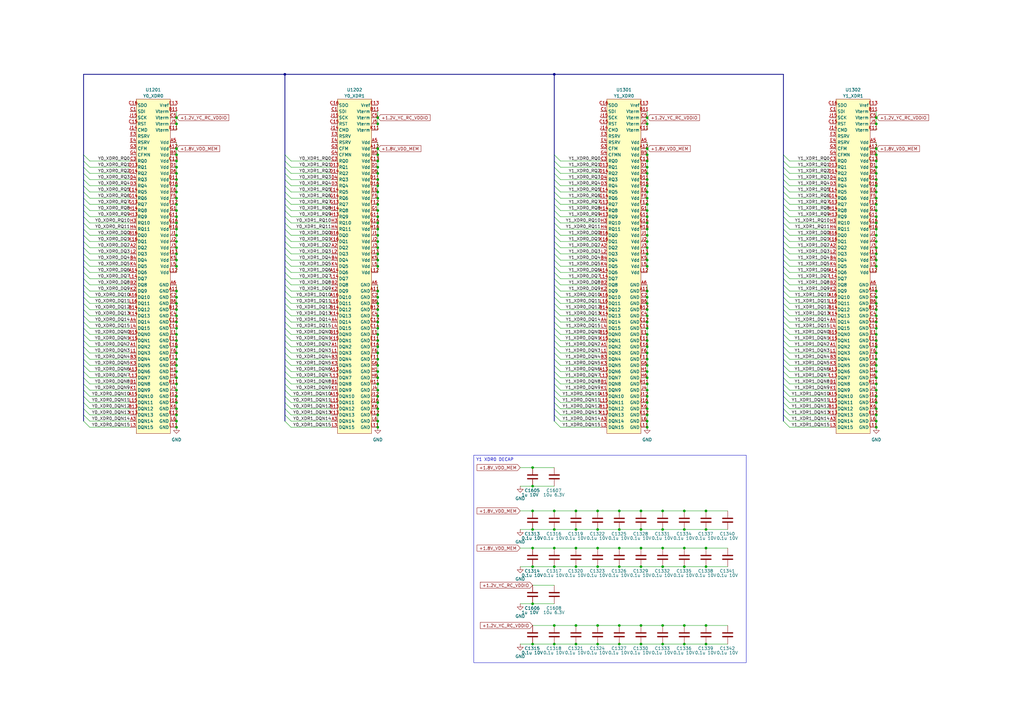
<source format=kicad_sch>
(kicad_sch (version 20231120) (generator "eeschema") (generator_version "8.0")
  (paper "A3")
  (junction (at 280.67 264.16))
  (junction (at 359.41 132.08))
  (junction (at 359.41 86.36))
  (junction (at 265.43 154.94))
  (junction (at 154.94 66.04))
  (junction (at 359.41 149.86))
  (junction (at 72.39 99.06))
  (junction (at 359.41 66.04))
  (junction (at 359.41 48.26))
  (junction (at 271.78 209.55))
  (junction (at 72.39 172.72))
  (junction (at 359.41 68.58))
  (junction (at 262.89 232.41))
  (junction (at 72.39 86.36))
  (junction (at 154.94 124.46))
  (junction (at 271.78 217.17))
  (junction (at 359.41 157.48))
  (junction (at 359.41 127))
  (junction (at 72.39 129.54))
  (junction (at 254 256.54))
  (junction (at 154.94 132.08))
  (junction (at 72.39 83.82))
  (junction (at 359.41 106.68))
  (junction (at 72.39 71.12))
  (junction (at 154.94 154.94))
  (junction (at 72.39 106.68))
  (junction (at 154.94 83.82))
  (junction (at 265.43 147.32))
  (junction (at 72.39 124.46))
  (junction (at 72.39 175.26))
  (junction (at 116.84 30.48))
  (junction (at 359.41 78.74))
  (junction (at 236.22 209.55))
  (junction (at 154.94 50.8))
  (junction (at 72.39 50.8))
  (junction (at 154.94 144.78))
  (junction (at 359.41 50.8))
  (junction (at 72.39 78.74))
  (junction (at 265.43 71.12))
  (junction (at 265.43 157.48))
  (junction (at 289.56 232.41))
  (junction (at 359.41 71.12))
  (junction (at 154.94 121.92))
  (junction (at 265.43 91.44))
  (junction (at 265.43 96.52))
  (junction (at 265.43 167.64))
  (junction (at 227.33 217.17))
  (junction (at 359.41 129.54))
  (junction (at 154.94 147.32))
  (junction (at 154.94 134.62))
  (junction (at 154.94 78.74))
  (junction (at 359.41 91.44))
  (junction (at 265.43 109.22))
  (junction (at 359.41 154.94))
  (junction (at 359.41 76.2))
  (junction (at 218.44 209.55))
  (junction (at 154.94 101.6))
  (junction (at 236.22 256.54))
  (junction (at 154.94 119.38))
  (junction (at 72.39 66.04))
  (junction (at 245.11 217.17))
  (junction (at 265.43 162.56))
  (junction (at 271.78 256.54))
  (junction (at 236.22 264.16))
  (junction (at 359.41 152.4))
  (junction (at 265.43 127))
  (junction (at 154.94 81.28))
  (junction (at 72.39 127))
  (junction (at 245.11 232.41))
  (junction (at 265.43 132.08))
  (junction (at 154.94 152.4))
  (junction (at 359.41 142.24))
  (junction (at 72.39 63.5))
  (junction (at 262.89 209.55))
  (junction (at 72.39 165.1))
  (junction (at 227.33 256.54))
  (junction (at 265.43 99.06))
  (junction (at 72.39 121.92))
  (junction (at 72.39 60.96))
  (junction (at 236.22 232.41))
  (junction (at 359.41 124.46))
  (junction (at 254 232.41))
  (junction (at 154.94 104.14))
  (junction (at 72.39 142.24))
  (junction (at 227.33 224.79))
  (junction (at 72.39 48.26))
  (junction (at 254 217.17))
  (junction (at 154.94 86.36))
  (junction (at 262.89 224.79))
  (junction (at 72.39 132.08))
  (junction (at 72.39 81.28))
  (junction (at 359.41 137.16))
  (junction (at 72.39 147.32))
  (junction (at 218.44 224.79))
  (junction (at 359.41 144.78))
  (junction (at 289.56 256.54))
  (junction (at 265.43 50.8))
  (junction (at 154.94 162.56))
  (junction (at 265.43 134.62))
  (junction (at 280.67 224.79))
  (junction (at 265.43 76.2))
  (junction (at 72.39 170.18))
  (junction (at 154.94 167.64))
  (junction (at 72.39 134.62))
  (junction (at 289.56 264.16))
  (junction (at 154.94 139.7))
  (junction (at 218.44 191.77))
  (junction (at 154.94 175.26))
  (junction (at 245.11 256.54))
  (junction (at 265.43 149.86))
  (junction (at 154.94 63.5))
  (junction (at 154.94 96.52))
  (junction (at 227.33 264.16))
  (junction (at 262.89 256.54))
  (junction (at 280.67 256.54))
  (junction (at 265.43 73.66))
  (junction (at 265.43 160.02))
  (junction (at 227.33 209.55))
  (junction (at 154.94 88.9))
  (junction (at 154.94 142.24))
  (junction (at 262.89 217.17))
  (junction (at 154.94 68.58))
  (junction (at 265.43 66.04))
  (junction (at 359.41 139.7))
  (junction (at 254 209.55))
  (junction (at 254 224.79))
  (junction (at 359.41 101.6))
  (junction (at 359.41 83.82))
  (junction (at 218.44 247.65))
  (junction (at 218.44 199.39))
  (junction (at 359.41 134.62))
  (junction (at 72.39 139.7))
  (junction (at 359.41 81.28))
  (junction (at 265.43 93.98))
  (junction (at 245.11 224.79))
  (junction (at 265.43 172.72))
  (junction (at 271.78 264.16))
  (junction (at 154.94 60.96))
  (junction (at 289.56 224.79))
  (junction (at 359.41 175.26))
  (junction (at 154.94 157.48))
  (junction (at 265.43 139.7))
  (junction (at 72.39 88.9))
  (junction (at 72.39 104.14))
  (junction (at 265.43 78.74))
  (junction (at 265.43 63.5))
  (junction (at 359.41 99.06))
  (junction (at 359.41 104.14))
  (junction (at 245.11 209.55))
  (junction (at 154.94 73.66))
  (junction (at 265.43 129.54))
  (junction (at 265.43 81.28))
  (junction (at 265.43 48.26))
  (junction (at 72.39 76.2))
  (junction (at 280.67 217.17))
  (junction (at 265.43 144.78))
  (junction (at 72.39 152.4))
  (junction (at 271.78 224.79))
  (junction (at 265.43 83.82))
  (junction (at 262.89 264.16))
  (junction (at 154.94 109.22))
  (junction (at 359.41 88.9))
  (junction (at 280.67 209.55))
  (junction (at 72.39 91.44))
  (junction (at 265.43 137.16))
  (junction (at 72.39 101.6))
  (junction (at 227.33 232.41))
  (junction (at 218.44 217.17))
  (junction (at 265.43 88.9))
  (junction (at 265.43 60.96))
  (junction (at 359.41 147.32))
  (junction (at 236.22 224.79))
  (junction (at 154.94 170.18))
  (junction (at 154.94 99.06))
  (junction (at 359.41 73.66))
  (junction (at 72.39 109.22))
  (junction (at 265.43 68.58))
  (junction (at 72.39 162.56))
  (junction (at 154.94 127))
  (junction (at 359.41 121.92))
  (junction (at 289.56 217.17))
  (junction (at 154.94 93.98))
  (junction (at 72.39 137.16))
  (junction (at 236.22 217.17))
  (junction (at 265.43 175.26))
  (junction (at 359.41 63.5))
  (junction (at 359.41 60.96))
  (junction (at 154.94 129.54))
  (junction (at 154.94 172.72))
  (junction (at 359.41 167.64))
  (junction (at 72.39 167.64))
  (junction (at 72.39 119.38))
  (junction (at 359.41 96.52))
  (junction (at 154.94 137.16))
  (junction (at 218.44 232.41))
  (junction (at 359.41 93.98))
  (junction (at 154.94 91.44))
  (junction (at 265.43 165.1))
  (junction (at 265.43 101.6))
  (junction (at 265.43 152.4))
  (junction (at 289.56 209.55))
  (junction (at 72.39 68.58))
  (junction (at 359.41 172.72))
  (junction (at 265.43 104.14))
  (junction (at 265.43 106.68))
  (junction (at 72.39 144.78))
  (junction (at 265.43 124.46))
  (junction (at 280.67 232.41))
  (junction (at 154.94 71.12))
  (junction (at 359.41 119.38))
  (junction (at 72.39 157.48))
  (junction (at 271.78 232.41))
  (junction (at 265.43 170.18))
  (junction (at 265.43 86.36))
  (junction (at 265.43 121.92))
  (junction (at 72.39 149.86))
  (junction (at 72.39 96.52))
  (junction (at 72.39 73.66))
  (junction (at 359.41 160.02))
  (junction (at 218.44 264.16))
  (junction (at 254 264.16))
  (junction (at 154.94 48.26))
  (junction (at 265.43 119.38))
  (junction (at 72.39 160.02))
  (junction (at 265.43 142.24))
  (junction (at 359.41 162.56))
  (junction (at 72.39 93.98))
  (junction (at 154.94 165.1))
  (junction (at 154.94 160.02))
  (junction (at 154.94 106.68))
  (junction (at 154.94 76.2))
  (junction (at 359.41 109.22))
  (junction (at 154.94 149.86))
  (junction (at 72.39 154.94))
  (junction (at 359.41 165.1))
  (junction (at 359.41 170.18))
  (junction (at 245.11 264.16))
  (junction (at 227.33 30.48))
  (bus_entry (at 227.33 129.54) (size 2.54 2.54))
  (bus_entry (at 227.33 101.6) (size 2.54 2.54))
  (bus_entry (at 116.84 162.56) (size 2.54 2.54))
  (bus_entry (at 116.84 142.24) (size 2.54 2.54))
  (bus_entry (at 321.31 104.14) (size 2.54 2.54))
  (bus_entry (at 227.33 116.84) (size 2.54 2.54))
  (bus_entry (at 34.29 81.28) (size 2.54 2.54))
  (bus_entry (at 321.31 109.22) (size 2.54 2.54))
  (bus_entry (at 34.29 147.32) (size 2.54 2.54))
  (bus_entry (at 116.84 93.98) (size 2.54 2.54))
  (bus_entry (at 227.33 104.14) (size 2.54 2.54))
  (bus_entry (at 321.31 139.7) (size 2.54 2.54))
  (bus_entry (at 227.33 81.28) (size 2.54 2.54))
  (bus_entry (at 34.29 149.86) (size 2.54 2.54))
  (bus_entry (at 116.84 88.9) (size 2.54 2.54))
  (bus_entry (at 34.29 152.4) (size 2.54 2.54))
  (bus_entry (at 34.29 106.68) (size 2.54 2.54))
  (bus_entry (at 321.31 127) (size 2.54 2.54))
  (bus_entry (at 116.84 172.72) (size 2.54 2.54))
  (bus_entry (at 34.29 119.38) (size 2.54 2.54))
  (bus_entry (at 34.29 172.72) (size 2.54 2.54))
  (bus_entry (at 227.33 172.72) (size 2.54 2.54))
  (bus_entry (at 321.31 111.76) (size 2.54 2.54))
  (bus_entry (at 227.33 157.48) (size 2.54 2.54))
  (bus_entry (at 227.33 76.2) (size 2.54 2.54))
  (bus_entry (at 116.84 167.64) (size 2.54 2.54))
  (bus_entry (at 321.31 99.06) (size 2.54 2.54))
  (bus_entry (at 34.29 114.3) (size 2.54 2.54))
  (bus_entry (at 227.33 127) (size 2.54 2.54))
  (bus_entry (at 116.84 129.54) (size 2.54 2.54))
  (bus_entry (at 116.84 104.14) (size 2.54 2.54))
  (bus_entry (at 227.33 88.9) (size 2.54 2.54))
  (bus_entry (at 116.84 124.46) (size 2.54 2.54))
  (bus_entry (at 227.33 162.56) (size 2.54 2.54))
  (bus_entry (at 227.33 63.5) (size 2.54 2.54))
  (bus_entry (at 34.29 78.74) (size 2.54 2.54))
  (bus_entry (at 227.33 93.98) (size 2.54 2.54))
  (bus_entry (at 34.29 83.82) (size 2.54 2.54))
  (bus_entry (at 227.33 66.04) (size 2.54 2.54))
  (bus_entry (at 227.33 152.4) (size 2.54 2.54))
  (bus_entry (at 116.84 152.4) (size 2.54 2.54))
  (bus_entry (at 116.84 96.52) (size 2.54 2.54))
  (bus_entry (at 34.29 76.2) (size 2.54 2.54))
  (bus_entry (at 227.33 109.22) (size 2.54 2.54))
  (bus_entry (at 321.31 162.56) (size 2.54 2.54))
  (bus_entry (at 227.33 119.38) (size 2.54 2.54))
  (bus_entry (at 34.29 139.7) (size 2.54 2.54))
  (bus_entry (at 116.84 114.3) (size 2.54 2.54))
  (bus_entry (at 227.33 132.08) (size 2.54 2.54))
  (bus_entry (at 116.84 81.28) (size 2.54 2.54))
  (bus_entry (at 321.31 86.36) (size 2.54 2.54))
  (bus_entry (at 321.31 154.94) (size 2.54 2.54))
  (bus_entry (at 321.31 167.64) (size 2.54 2.54))
  (bus_entry (at 321.31 78.74) (size 2.54 2.54))
  (bus_entry (at 34.29 162.56) (size 2.54 2.54))
  (bus_entry (at 321.31 81.28) (size 2.54 2.54))
  (bus_entry (at 321.31 152.4) (size 2.54 2.54))
  (bus_entry (at 116.84 165.1) (size 2.54 2.54))
  (bus_entry (at 116.84 127) (size 2.54 2.54))
  (bus_entry (at 116.84 66.04) (size 2.54 2.54))
  (bus_entry (at 34.29 111.76) (size 2.54 2.54))
  (bus_entry (at 34.29 157.48) (size 2.54 2.54))
  (bus_entry (at 227.33 96.52) (size 2.54 2.54))
  (bus_entry (at 116.84 147.32) (size 2.54 2.54))
  (bus_entry (at 34.29 167.64) (size 2.54 2.54))
  (bus_entry (at 227.33 78.74) (size 2.54 2.54))
  (bus_entry (at 34.29 86.36) (size 2.54 2.54))
  (bus_entry (at 34.29 134.62) (size 2.54 2.54))
  (bus_entry (at 321.31 134.62) (size 2.54 2.54))
  (bus_entry (at 34.29 137.16) (size 2.54 2.54))
  (bus_entry (at 227.33 121.92) (size 2.54 2.54))
  (bus_entry (at 227.33 154.94) (size 2.54 2.54))
  (bus_entry (at 34.29 132.08) (size 2.54 2.54))
  (bus_entry (at 116.84 149.86) (size 2.54 2.54))
  (bus_entry (at 34.29 91.44) (size 2.54 2.54))
  (bus_entry (at 227.33 165.1) (size 2.54 2.54))
  (bus_entry (at 34.29 109.22) (size 2.54 2.54))
  (bus_entry (at 34.29 160.02) (size 2.54 2.54))
  (bus_entry (at 321.31 129.54) (size 2.54 2.54))
  (bus_entry (at 227.33 91.44) (size 2.54 2.54))
  (bus_entry (at 34.29 88.9) (size 2.54 2.54))
  (bus_entry (at 116.84 73.66) (size 2.54 2.54))
  (bus_entry (at 116.84 78.74) (size 2.54 2.54))
  (bus_entry (at 116.84 91.44) (size 2.54 2.54))
  (bus_entry (at 321.31 71.12) (size 2.54 2.54))
  (bus_entry (at 321.31 157.48) (size 2.54 2.54))
  (bus_entry (at 116.84 116.84) (size 2.54 2.54))
  (bus_entry (at 227.33 111.76) (size 2.54 2.54))
  (bus_entry (at 321.31 137.16) (size 2.54 2.54))
  (bus_entry (at 321.31 101.6) (size 2.54 2.54))
  (bus_entry (at 227.33 149.86) (size 2.54 2.54))
  (bus_entry (at 321.31 116.84) (size 2.54 2.54))
  (bus_entry (at 321.31 121.92) (size 2.54 2.54))
  (bus_entry (at 34.29 170.18) (size 2.54 2.54))
  (bus_entry (at 34.29 154.94) (size 2.54 2.54))
  (bus_entry (at 227.33 68.58) (size 2.54 2.54))
  (bus_entry (at 321.31 160.02) (size 2.54 2.54))
  (bus_entry (at 227.33 106.68) (size 2.54 2.54))
  (bus_entry (at 227.33 142.24) (size 2.54 2.54))
  (bus_entry (at 227.33 137.16) (size 2.54 2.54))
  (bus_entry (at 34.29 124.46) (size 2.54 2.54))
  (bus_entry (at 34.29 96.52) (size 2.54 2.54))
  (bus_entry (at 321.31 88.9) (size 2.54 2.54))
  (bus_entry (at 227.33 71.12) (size 2.54 2.54))
  (bus_entry (at 116.84 83.82) (size 2.54 2.54))
  (bus_entry (at 227.33 170.18) (size 2.54 2.54))
  (bus_entry (at 227.33 86.36) (size 2.54 2.54))
  (bus_entry (at 34.29 142.24) (size 2.54 2.54))
  (bus_entry (at 227.33 83.82) (size 2.54 2.54))
  (bus_entry (at 321.31 170.18) (size 2.54 2.54))
  (bus_entry (at 116.84 101.6) (size 2.54 2.54))
  (bus_entry (at 116.84 144.78) (size 2.54 2.54))
  (bus_entry (at 321.31 114.3) (size 2.54 2.54))
  (bus_entry (at 321.31 106.68) (size 2.54 2.54))
  (bus_entry (at 34.29 121.92) (size 2.54 2.54))
  (bus_entry (at 227.33 139.7) (size 2.54 2.54))
  (bus_entry (at 116.84 63.5) (size 2.54 2.54))
  (bus_entry (at 116.84 106.68) (size 2.54 2.54))
  (bus_entry (at 116.84 86.36) (size 2.54 2.54))
  (bus_entry (at 321.31 96.52) (size 2.54 2.54))
  (bus_entry (at 227.33 160.02) (size 2.54 2.54))
  (bus_entry (at 321.31 147.32) (size 2.54 2.54))
  (bus_entry (at 116.84 137.16) (size 2.54 2.54))
  (bus_entry (at 321.31 68.58) (size 2.54 2.54))
  (bus_entry (at 116.84 154.94) (size 2.54 2.54))
  (bus_entry (at 321.31 119.38) (size 2.54 2.54))
  (bus_entry (at 34.29 129.54) (size 2.54 2.54))
  (bus_entry (at 321.31 76.2) (size 2.54 2.54))
  (bus_entry (at 227.33 144.78) (size 2.54 2.54))
  (bus_entry (at 34.29 63.5) (size 2.54 2.54))
  (bus_entry (at 116.84 134.62) (size 2.54 2.54))
  (bus_entry (at 116.84 71.12) (size 2.54 2.54))
  (bus_entry (at 34.29 71.12) (size 2.54 2.54))
  (bus_entry (at 116.84 170.18) (size 2.54 2.54))
  (bus_entry (at 34.29 93.98) (size 2.54 2.54))
  (bus_entry (at 34.29 99.06) (size 2.54 2.54))
  (bus_entry (at 34.29 104.14) (size 2.54 2.54))
  (bus_entry (at 34.29 165.1) (size 2.54 2.54))
  (bus_entry (at 116.84 109.22) (size 2.54 2.54))
  (bus_entry (at 116.84 157.48) (size 2.54 2.54))
  (bus_entry (at 321.31 172.72) (size 2.54 2.54))
  (bus_entry (at 227.33 167.64) (size 2.54 2.54))
  (bus_entry (at 34.29 66.04) (size 2.54 2.54))
  (bus_entry (at 227.33 124.46) (size 2.54 2.54))
  (bus_entry (at 34.29 73.66) (size 2.54 2.54))
  (bus_entry (at 321.31 165.1) (size 2.54 2.54))
  (bus_entry (at 116.84 99.06) (size 2.54 2.54))
  (bus_entry (at 227.33 147.32) (size 2.54 2.54))
  (bus_entry (at 321.31 93.98) (size 2.54 2.54))
  (bus_entry (at 116.84 76.2) (size 2.54 2.54))
  (bus_entry (at 116.84 139.7) (size 2.54 2.54))
  (bus_entry (at 34.29 68.58) (size 2.54 2.54))
  (bus_entry (at 321.31 142.24) (size 2.54 2.54))
  (bus_entry (at 321.31 66.04) (size 2.54 2.54))
  (bus_entry (at 116.84 121.92) (size 2.54 2.54))
  (bus_entry (at 321.31 144.78) (size 2.54 2.54))
  (bus_entry (at 227.33 134.62) (size 2.54 2.54))
  (bus_entry (at 321.31 83.82) (size 2.54 2.54))
  (bus_entry (at 321.31 132.08) (size 2.54 2.54))
  (bus_entry (at 321.31 124.46) (size 2.54 2.54))
  (bus_entry (at 321.31 73.66) (size 2.54 2.54))
  (bus_entry (at 34.29 116.84) (size 2.54 2.54))
  (bus_entry (at 227.33 73.66) (size 2.54 2.54))
  (bus_entry (at 34.29 127) (size 2.54 2.54))
  (bus_entry (at 321.31 149.86) (size 2.54 2.54))
  (bus_entry (at 321.31 63.5) (size 2.54 2.54))
  (bus_entry (at 116.84 119.38) (size 2.54 2.54))
  (bus_entry (at 34.29 144.78) (size 2.54 2.54))
  (bus_entry (at 116.84 68.58) (size 2.54 2.54))
  (bus_entry (at 227.33 99.06) (size 2.54 2.54))
  (bus_entry (at 321.31 91.44) (size 2.54 2.54))
  (bus_entry (at 116.84 160.02) (size 2.54 2.54))
  (bus_entry (at 227.33 114.3) (size 2.54 2.54))
  (bus_entry (at 34.29 101.6) (size 2.54 2.54))
  (bus_entry (at 116.84 132.08) (size 2.54 2.54))
  (bus_entry (at 116.84 111.76) (size 2.54 2.54))
  (bus (pts (xy 116.84 71.12) (xy 116.84 73.66)))
  (wire (pts (xy 154.94 121.92) (xy 154.94 124.46)))
  (bus (pts (xy 34.29 152.4) (xy 34.29 154.94)))
  (wire (pts (xy 72.39 127) (xy 72.39 129.54)))
  (wire (pts (xy 229.87 121.92) (xy 246.38 121.92)))
  (wire (pts (xy 265.43 50.8) (xy 265.43 53.34)))
  (bus (pts (xy 227.33 63.5) (xy 227.33 66.04)))
  (wire (pts (xy 213.36 264.16) (xy 218.44 264.16)))
  (wire (pts (xy 359.41 127) (xy 359.41 129.54)))
  (wire (pts (xy 229.87 76.2) (xy 246.38 76.2)))
  (bus (pts (xy 116.84 73.66) (xy 116.84 76.2)))
  (wire (pts (xy 323.85 68.58) (xy 340.36 68.58)))
  (wire (pts (xy 323.85 162.56) (xy 340.36 162.56)))
  (wire (pts (xy 323.85 172.72) (xy 340.36 172.72)))
  (wire (pts (xy 265.43 132.08) (xy 265.43 134.62)))
  (wire (pts (xy 323.85 124.46) (xy 340.36 124.46)))
  (wire (pts (xy 119.38 76.2) (xy 135.89 76.2)))
  (wire (pts (xy 154.94 109.22) (xy 154.94 111.76)))
  (wire (pts (xy 119.38 147.32) (xy 135.89 147.32)))
  (wire (pts (xy 36.83 76.2) (xy 53.34 76.2)))
  (wire (pts (xy 254 264.16) (xy 262.89 264.16)))
  (bus (pts (xy 116.84 127) (xy 116.84 129.54)))
  (wire (pts (xy 36.83 91.44) (xy 53.34 91.44)))
  (bus (pts (xy 227.33 101.6) (xy 227.33 104.14)))
  (wire (pts (xy 359.41 63.5) (xy 359.41 66.04)))
  (bus (pts (xy 34.29 71.12) (xy 34.29 73.66)))
  (wire (pts (xy 119.38 88.9) (xy 135.89 88.9)))
  (wire (pts (xy 36.83 162.56) (xy 53.34 162.56)))
  (wire (pts (xy 227.33 232.41) (xy 236.22 232.41)))
  (wire (pts (xy 265.43 139.7) (xy 265.43 142.24)))
  (wire (pts (xy 154.94 83.82) (xy 154.94 86.36)))
  (bus (pts (xy 321.31 116.84) (xy 321.31 119.38)))
  (bus (pts (xy 227.33 66.04) (xy 227.33 68.58)))
  (bus (pts (xy 116.84 68.58) (xy 116.84 71.12)))
  (wire (pts (xy 154.94 58.42) (xy 154.94 60.96)))
  (bus (pts (xy 34.29 142.24) (xy 34.29 144.78)))
  (wire (pts (xy 262.89 217.17) (xy 271.78 217.17)))
  (wire (pts (xy 265.43 162.56) (xy 265.43 165.1)))
  (wire (pts (xy 229.87 86.36) (xy 246.38 86.36)))
  (bus (pts (xy 116.84 91.44) (xy 116.84 93.98)))
  (bus (pts (xy 34.29 167.64) (xy 34.29 170.18)))
  (wire (pts (xy 229.87 137.16) (xy 246.38 137.16)))
  (wire (pts (xy 229.87 147.32) (xy 246.38 147.32)))
  (wire (pts (xy 265.43 142.24) (xy 265.43 144.78)))
  (wire (pts (xy 36.83 93.98) (xy 53.34 93.98)))
  (bus (pts (xy 227.33 137.16) (xy 227.33 139.7)))
  (wire (pts (xy 323.85 137.16) (xy 340.36 137.16)))
  (bus (pts (xy 321.31 165.1) (xy 321.31 167.64)))
  (wire (pts (xy 72.39 73.66) (xy 72.39 76.2)))
  (bus (pts (xy 321.31 152.4) (xy 321.31 154.94)))
  (wire (pts (xy 154.94 154.94) (xy 154.94 157.48)))
  (wire (pts (xy 36.83 152.4) (xy 53.34 152.4)))
  (wire (pts (xy 72.39 48.26) (xy 72.39 50.8)))
  (bus (pts (xy 321.31 137.16) (xy 321.31 139.7)))
  (wire (pts (xy 359.41 68.58) (xy 359.41 71.12)))
  (wire (pts (xy 229.87 93.98) (xy 246.38 93.98)))
  (bus (pts (xy 227.33 127) (xy 227.33 129.54)))
  (wire (pts (xy 154.94 71.12) (xy 154.94 73.66)))
  (wire (pts (xy 36.83 109.22) (xy 53.34 109.22)))
  (wire (pts (xy 72.39 132.08) (xy 72.39 134.62)))
  (bus (pts (xy 34.29 68.58) (xy 34.29 71.12)))
  (wire (pts (xy 154.94 86.36) (xy 154.94 88.9)))
  (bus (pts (xy 34.29 111.76) (xy 34.29 114.3)))
  (bus (pts (xy 34.29 104.14) (xy 34.29 106.68)))
  (wire (pts (xy 265.43 88.9) (xy 265.43 91.44)))
  (wire (pts (xy 265.43 149.86) (xy 265.43 152.4)))
  (wire (pts (xy 280.67 232.41) (xy 289.56 232.41)))
  (bus (pts (xy 321.31 134.62) (xy 321.31 137.16)))
  (wire (pts (xy 289.56 224.79) (xy 298.45 224.79)))
  (wire (pts (xy 119.38 160.02) (xy 135.89 160.02)))
  (wire (pts (xy 323.85 114.3) (xy 340.36 114.3)))
  (wire (pts (xy 119.38 83.82) (xy 135.89 83.82)))
  (wire (pts (xy 265.43 73.66) (xy 265.43 76.2)))
  (wire (pts (xy 254 232.41) (xy 262.89 232.41)))
  (bus (pts (xy 34.29 116.84) (xy 34.29 119.38)))
  (wire (pts (xy 271.78 232.41) (xy 280.67 232.41)))
  (bus (pts (xy 321.31 63.5) (xy 321.31 30.48)))
  (bus (pts (xy 227.33 152.4) (xy 227.33 154.94)))
  (wire (pts (xy 36.83 127) (xy 53.34 127)))
  (bus (pts (xy 34.29 154.94) (xy 34.29 157.48)))
  (wire (pts (xy 154.94 76.2) (xy 154.94 78.74)))
  (wire (pts (xy 265.43 106.68) (xy 265.43 109.22)))
  (bus (pts (xy 34.29 124.46) (xy 34.29 127)))
  (bus (pts (xy 116.84 83.82) (xy 116.84 86.36)))
  (wire (pts (xy 280.67 264.16) (xy 289.56 264.16)))
  (wire (pts (xy 36.83 129.54) (xy 53.34 129.54)))
  (wire (pts (xy 359.41 93.98) (xy 359.41 96.52)))
  (wire (pts (xy 229.87 149.86) (xy 246.38 149.86)))
  (wire (pts (xy 229.87 81.28) (xy 246.38 81.28)))
  (wire (pts (xy 72.39 124.46) (xy 72.39 127)))
  (wire (pts (xy 154.94 96.52) (xy 154.94 99.06)))
  (wire (pts (xy 280.67 217.17) (xy 289.56 217.17)))
  (bus (pts (xy 34.29 132.08) (xy 34.29 134.62)))
  (wire (pts (xy 154.94 66.04) (xy 154.94 68.58)))
  (bus (pts (xy 321.31 114.3) (xy 321.31 116.84)))
  (wire (pts (xy 229.87 116.84) (xy 246.38 116.84)))
  (wire (pts (xy 229.87 99.06) (xy 246.38 99.06)))
  (wire (pts (xy 218.44 209.55) (xy 227.33 209.55)))
  (bus (pts (xy 116.84 162.56) (xy 116.84 165.1)))
  (wire (pts (xy 229.87 106.68) (xy 246.38 106.68)))
  (wire (pts (xy 119.38 134.62) (xy 135.89 134.62)))
  (wire (pts (xy 213.36 217.17) (xy 218.44 217.17)))
  (wire (pts (xy 289.56 232.41) (xy 298.45 232.41)))
  (bus (pts (xy 321.31 121.92) (xy 321.31 124.46)))
  (wire (pts (xy 218.44 224.79) (xy 227.33 224.79)))
  (wire (pts (xy 36.83 124.46) (xy 53.34 124.46)))
  (wire (pts (xy 119.38 78.74) (xy 135.89 78.74)))
  (bus (pts (xy 34.29 144.78) (xy 34.29 147.32)))
  (wire (pts (xy 254 217.17) (xy 262.89 217.17)))
  (wire (pts (xy 229.87 170.18) (xy 246.38 170.18)))
  (bus (pts (xy 227.33 134.62) (xy 227.33 137.16)))
  (wire (pts (xy 323.85 93.98) (xy 340.36 93.98)))
  (wire (pts (xy 265.43 104.14) (xy 265.43 106.68)))
  (wire (pts (xy 265.43 96.52) (xy 265.43 99.06)))
  (wire (pts (xy 359.41 157.48) (xy 359.41 160.02)))
  (bus (pts (xy 227.33 71.12) (xy 227.33 73.66)))
  (wire (pts (xy 213.36 209.55) (xy 218.44 209.55)))
  (wire (pts (xy 359.41 101.6) (xy 359.41 104.14)))
  (wire (pts (xy 229.87 157.48) (xy 246.38 157.48)))
  (bus (pts (xy 116.84 76.2) (xy 116.84 78.74)))
  (wire (pts (xy 154.94 63.5) (xy 154.94 66.04)))
  (wire (pts (xy 229.87 132.08) (xy 246.38 132.08)))
  (wire (pts (xy 36.83 78.74) (xy 53.34 78.74)))
  (bus (pts (xy 116.84 129.54) (xy 116.84 132.08)))
  (wire (pts (xy 359.41 165.1) (xy 359.41 167.64)))
  (wire (pts (xy 265.43 93.98) (xy 265.43 96.52)))
  (wire (pts (xy 323.85 78.74) (xy 340.36 78.74)))
  (wire (pts (xy 154.94 119.38) (xy 154.94 121.92)))
  (wire (pts (xy 36.83 149.86) (xy 53.34 149.86)))
  (wire (pts (xy 119.38 162.56) (xy 135.89 162.56)))
  (bus (pts (xy 34.29 30.48) (xy 116.84 30.48)))
  (wire (pts (xy 119.38 157.48) (xy 135.89 157.48)))
  (wire (pts (xy 36.83 116.84) (xy 53.34 116.84)))
  (wire (pts (xy 72.39 119.38) (xy 72.39 121.92)))
  (wire (pts (xy 72.39 137.16) (xy 72.39 139.7)))
  (wire (pts (xy 359.41 71.12) (xy 359.41 73.66)))
  (wire (pts (xy 359.41 66.04) (xy 359.41 68.58)))
  (wire (pts (xy 72.39 60.96) (xy 72.39 63.5)))
  (wire (pts (xy 72.39 152.4) (xy 72.39 154.94)))
  (bus (pts (xy 116.84 165.1) (xy 116.84 167.64)))
  (wire (pts (xy 323.85 91.44) (xy 340.36 91.44)))
  (bus (pts (xy 116.84 93.98) (xy 116.84 96.52)))
  (wire (pts (xy 323.85 149.86) (xy 340.36 149.86)))
  (wire (pts (xy 289.56 209.55) (xy 298.45 209.55)))
  (wire (pts (xy 323.85 142.24) (xy 340.36 142.24)))
  (wire (pts (xy 119.38 73.66) (xy 135.89 73.66)))
  (wire (pts (xy 323.85 106.68) (xy 340.36 106.68)))
  (wire (pts (xy 119.38 165.1) (xy 135.89 165.1)))
  (wire (pts (xy 359.41 154.94) (xy 359.41 157.48)))
  (bus (pts (xy 321.31 124.46) (xy 321.31 127)))
  (wire (pts (xy 36.83 111.76) (xy 53.34 111.76)))
  (bus (pts (xy 321.31 111.76) (xy 321.31 114.3)))
  (bus (pts (xy 116.84 134.62) (xy 116.84 137.16)))
  (wire (pts (xy 36.83 170.18) (xy 53.34 170.18)))
  (bus (pts (xy 321.31 63.5) (xy 321.31 66.04)))
  (wire (pts (xy 359.41 60.96) (xy 359.41 63.5)))
  (wire (pts (xy 265.43 116.84) (xy 265.43 119.38)))
  (wire (pts (xy 154.94 73.66) (xy 154.94 76.2)))
  (bus (pts (xy 116.84 147.32) (xy 116.84 149.86)))
  (wire (pts (xy 229.87 109.22) (xy 246.38 109.22)))
  (wire (pts (xy 72.39 139.7) (xy 72.39 142.24)))
  (wire (pts (xy 119.38 116.84) (xy 135.89 116.84)))
  (wire (pts (xy 218.44 247.65) (xy 227.33 247.65)))
  (wire (pts (xy 323.85 66.04) (xy 340.36 66.04)))
  (bus (pts (xy 227.33 142.24) (xy 227.33 144.78)))
  (wire (pts (xy 36.83 175.26) (xy 53.34 175.26)))
  (wire (pts (xy 359.41 106.68) (xy 359.41 109.22)))
  (wire (pts (xy 271.78 264.16) (xy 280.67 264.16)))
  (bus (pts (xy 34.29 160.02) (xy 34.29 162.56)))
  (wire (pts (xy 154.94 160.02) (xy 154.94 162.56)))
  (bus (pts (xy 116.84 160.02) (xy 116.84 162.56)))
  (bus (pts (xy 116.84 137.16) (xy 116.84 139.7)))
  (wire (pts (xy 154.94 106.68) (xy 154.94 109.22)))
  (wire (pts (xy 229.87 83.82) (xy 246.38 83.82)))
  (wire (pts (xy 218.44 217.17) (xy 227.33 217.17)))
  (wire (pts (xy 72.39 172.72) (xy 72.39 175.26)))
  (wire (pts (xy 359.41 134.62) (xy 359.41 137.16)))
  (wire (pts (xy 265.43 172.72) (xy 265.43 175.26)))
  (bus (pts (xy 34.29 66.04) (xy 34.29 68.58)))
  (wire (pts (xy 218.44 191.77) (xy 227.33 191.77)))
  (bus (pts (xy 34.29 91.44) (xy 34.29 93.98)))
  (bus (pts (xy 116.84 121.92) (xy 116.84 124.46)))
  (wire (pts (xy 265.43 101.6) (xy 265.43 104.14)))
  (wire (pts (xy 154.94 127) (xy 154.94 129.54)))
  (wire (pts (xy 254 256.54) (xy 262.89 256.54)))
  (bus (pts (xy 116.84 106.68) (xy 116.84 109.22)))
  (wire (pts (xy 323.85 154.94) (xy 340.36 154.94)))
  (wire (pts (xy 229.87 96.52) (xy 246.38 96.52)))
  (wire (pts (xy 265.43 124.46) (xy 265.43 127)))
  (wire (pts (xy 359.41 116.84) (xy 359.41 119.38)))
  (bus (pts (xy 321.31 162.56) (xy 321.31 165.1)))
  (wire (pts (xy 36.83 99.06) (xy 53.34 99.06)))
  (wire (pts (xy 229.87 66.04) (xy 246.38 66.04)))
  (bus (pts (xy 116.84 96.52) (xy 116.84 99.06)))
  (wire (pts (xy 213.36 232.41) (xy 218.44 232.41)))
  (bus (pts (xy 227.33 132.08) (xy 227.33 134.62)))
  (wire (pts (xy 323.85 88.9) (xy 340.36 88.9)))
  (wire (pts (xy 265.43 99.06) (xy 265.43 101.6)))
  (wire (pts (xy 265.43 157.48) (xy 265.43 160.02)))
  (wire (pts (xy 265.43 71.12) (xy 265.43 73.66)))
  (wire (pts (xy 265.43 167.64) (xy 265.43 170.18)))
  (bus (pts (xy 34.29 147.32) (xy 34.29 149.86)))
  (wire (pts (xy 218.44 199.39) (xy 227.33 199.39)))
  (wire (pts (xy 265.43 127) (xy 265.43 129.54)))
  (wire (pts (xy 119.38 86.36) (xy 135.89 86.36)))
  (wire (pts (xy 119.38 104.14) (xy 135.89 104.14)))
  (bus (pts (xy 227.33 99.06) (xy 227.33 101.6)))
  (wire (pts (xy 323.85 134.62) (xy 340.36 134.62)))
  (wire (pts (xy 154.94 152.4) (xy 154.94 154.94)))
  (wire (pts (xy 119.38 127) (xy 135.89 127)))
  (bus (pts (xy 227.33 139.7) (xy 227.33 142.24)))
  (wire (pts (xy 265.43 66.04) (xy 265.43 68.58)))
  (wire (pts (xy 359.41 45.72) (xy 359.41 48.26)))
  (bus (pts (xy 227.33 162.56) (xy 227.33 165.1)))
  (wire (pts (xy 36.83 139.7) (xy 53.34 139.7)))
  (wire (pts (xy 72.39 106.68) (xy 72.39 109.22)))
  (bus (pts (xy 34.29 76.2) (xy 34.29 78.74)))
  (bus (pts (xy 321.31 127) (xy 321.31 129.54)))
  (bus (pts (xy 227.33 157.48) (xy 227.33 160.02)))
  (wire (pts (xy 359.41 172.72) (xy 359.41 175.26)))
  (wire (pts (xy 359.41 129.54) (xy 359.41 132.08)))
  (wire (pts (xy 36.83 157.48) (xy 53.34 157.48)))
  (bus (pts (xy 227.33 96.52) (xy 227.33 99.06)))
  (wire (pts (xy 154.94 124.46) (xy 154.94 127)))
  (bus (pts (xy 34.29 157.48) (xy 34.29 160.02)))
  (wire (pts (xy 323.85 81.28) (xy 340.36 81.28)))
  (bus (pts (xy 116.84 149.86) (xy 116.84 152.4)))
  (bus (pts (xy 321.31 160.02) (xy 321.31 162.56)))
  (wire (pts (xy 119.38 154.94) (xy 135.89 154.94)))
  (bus (pts (xy 34.29 81.28) (xy 34.29 83.82)))
  (wire (pts (xy 265.43 165.1) (xy 265.43 167.64)))
  (bus (pts (xy 34.29 165.1) (xy 34.29 167.64)))
  (wire (pts (xy 359.41 139.7) (xy 359.41 142.24)))
  (bus (pts (xy 321.31 149.86) (xy 321.31 152.4)))
  (bus (pts (xy 34.29 134.62) (xy 34.29 137.16)))
  (bus (pts (xy 116.84 63.5) (xy 116.84 66.04)))
  (wire (pts (xy 265.43 83.82) (xy 265.43 86.36)))
  (wire (pts (xy 236.22 256.54) (xy 245.11 256.54)))
  (wire (pts (xy 359.41 132.08) (xy 359.41 134.62)))
  (bus (pts (xy 227.33 147.32) (xy 227.33 149.86)))
  (wire (pts (xy 72.39 99.06) (xy 72.39 101.6)))
  (wire (pts (xy 229.87 142.24) (xy 246.38 142.24)))
  (bus (pts (xy 116.84 104.14) (xy 116.84 106.68)))
  (bus (pts (xy 34.29 162.56) (xy 34.29 165.1)))
  (wire (pts (xy 36.83 106.68) (xy 53.34 106.68)))
  (wire (pts (xy 265.43 63.5) (xy 265.43 66.04)))
  (wire (pts (xy 359.41 83.82) (xy 359.41 86.36)))
  (wire (pts (xy 154.94 137.16) (xy 154.94 139.7)))
  (bus (pts (xy 227.33 167.64) (xy 227.33 170.18)))
  (bus (pts (xy 321.31 142.24) (xy 321.31 144.78)))
  (bus (pts (xy 227.33 88.9) (xy 227.33 91.44)))
  (wire (pts (xy 119.38 152.4) (xy 135.89 152.4)))
  (wire (pts (xy 265.43 76.2) (xy 265.43 78.74)))
  (wire (pts (xy 265.43 86.36) (xy 265.43 88.9)))
  (wire (pts (xy 72.39 109.22) (xy 72.39 111.76)))
  (wire (pts (xy 323.85 111.76) (xy 340.36 111.76)))
  (wire (pts (xy 119.38 149.86) (xy 135.89 149.86)))
  (wire (pts (xy 359.41 152.4) (xy 359.41 154.94)))
  (bus (pts (xy 34.29 63.5) (xy 34.29 66.04)))
  (wire (pts (xy 271.78 256.54) (xy 280.67 256.54)))
  (wire (pts (xy 245.11 224.79) (xy 254 224.79)))
  (wire (pts (xy 36.83 165.1) (xy 53.34 165.1)))
  (wire (pts (xy 323.85 144.78) (xy 340.36 144.78)))
  (bus (pts (xy 321.31 119.38) (xy 321.31 121.92)))
  (wire (pts (xy 229.87 71.12) (xy 246.38 71.12)))
  (bus (pts (xy 227.33 78.74) (xy 227.33 81.28)))
  (wire (pts (xy 154.94 149.86) (xy 154.94 152.4)))
  (wire (pts (xy 154.94 132.08) (xy 154.94 134.62)))
  (wire (pts (xy 218.44 256.54) (xy 227.33 256.54)))
  (wire (pts (xy 119.38 68.58) (xy 135.89 68.58)))
  (wire (pts (xy 119.38 139.7) (xy 135.89 139.7)))
  (wire (pts (xy 119.38 93.98) (xy 135.89 93.98)))
  (wire (pts (xy 154.94 142.24) (xy 154.94 144.78)))
  (wire (pts (xy 119.38 175.26) (xy 135.89 175.26)))
  (wire (pts (xy 119.38 124.46) (xy 135.89 124.46)))
  (bus (pts (xy 227.33 93.98) (xy 227.33 96.52)))
  (bus (pts (xy 116.84 154.94) (xy 116.84 157.48)))
  (wire (pts (xy 36.83 121.92) (xy 53.34 121.92)))
  (wire (pts (xy 72.39 81.28) (xy 72.39 83.82)))
  (wire (pts (xy 323.85 170.18) (xy 340.36 170.18)))
  (wire (pts (xy 265.43 121.92) (xy 265.43 124.46)))
  (bus (pts (xy 227.33 81.28) (xy 227.33 83.82)))
  (wire (pts (xy 323.85 83.82) (xy 340.36 83.82)))
  (wire (pts (xy 227.33 256.54) (xy 236.22 256.54)))
  (wire (pts (xy 154.94 144.78) (xy 154.94 147.32)))
  (wire (pts (xy 323.85 119.38) (xy 340.36 119.38)))
  (wire (pts (xy 254 224.79) (xy 262.89 224.79)))
  (bus (pts (xy 227.33 68.58) (xy 227.33 71.12)))
  (wire (pts (xy 154.94 78.74) (xy 154.94 81.28)))
  (wire (pts (xy 265.43 129.54) (xy 265.43 132.08)))
  (wire (pts (xy 119.38 119.38) (xy 135.89 119.38)))
  (wire (pts (xy 359.41 170.18) (xy 359.41 172.72)))
  (wire (pts (xy 72.39 45.72) (xy 72.39 48.26)))
  (wire (pts (xy 265.43 170.18) (xy 265.43 172.72)))
  (wire (pts (xy 229.87 172.72) (xy 246.38 172.72)))
  (wire (pts (xy 218.44 240.03) (xy 227.33 240.03)))
  (bus (pts (xy 34.29 170.18) (xy 34.29 172.72)))
  (wire (pts (xy 36.83 167.64) (xy 53.34 167.64)))
  (wire (pts (xy 119.38 109.22) (xy 135.89 109.22)))
  (wire (pts (xy 119.38 96.52) (xy 135.89 96.52)))
  (wire (pts (xy 154.94 170.18) (xy 154.94 172.72)))
  (wire (pts (xy 359.41 86.36) (xy 359.41 88.9)))
  (bus (pts (xy 227.33 124.46) (xy 227.33 127)))
  (wire (pts (xy 72.39 66.04) (xy 72.39 68.58)))
  (bus (pts (xy 34.29 99.06) (xy 34.29 101.6)))
  (wire (pts (xy 359.41 124.46) (xy 359.41 127)))
  (bus (pts (xy 321.31 30.48) (xy 227.33 30.48)))
  (wire (pts (xy 323.85 139.7) (xy 340.36 139.7)))
  (bus (pts (xy 227.33 30.48) (xy 227.33 63.5)))
  (wire (pts (xy 36.83 104.14) (xy 53.34 104.14)))
  (wire (pts (xy 359.41 144.78) (xy 359.41 147.32)))
  (wire (pts (xy 265.43 137.16) (xy 265.43 139.7)))
  (wire (pts (xy 265.43 160.02) (xy 265.43 162.56)))
  (wire (pts (xy 154.94 93.98) (xy 154.94 96.52)))
  (wire (pts (xy 265.43 78.74) (xy 265.43 81.28)))
  (wire (pts (xy 36.83 119.38) (xy 53.34 119.38)))
  (wire (pts (xy 154.94 147.32) (xy 154.94 149.86)))
  (wire (pts (xy 154.94 165.1) (xy 154.94 167.64)))
  (bus (pts (xy 34.29 106.68) (xy 34.29 109.22)))
  (wire (pts (xy 323.85 129.54) (xy 340.36 129.54)))
  (wire (pts (xy 280.67 224.79) (xy 289.56 224.79)))
  (bus (pts (xy 227.33 154.94) (xy 227.33 157.48)))
  (wire (pts (xy 36.83 96.52) (xy 53.34 96.52)))
  (wire (pts (xy 154.94 68.58) (xy 154.94 71.12)))
  (wire (pts (xy 229.87 129.54) (xy 246.38 129.54)))
  (wire (pts (xy 72.39 88.9) (xy 72.39 91.44)))
  (wire (pts (xy 119.38 99.06) (xy 135.89 99.06)))
  (wire (pts (xy 245.11 209.55) (xy 254 209.55)))
  (wire (pts (xy 229.87 175.26) (xy 246.38 175.26)))
  (wire (pts (xy 323.85 165.1) (xy 340.36 165.1)))
  (wire (pts (xy 218.44 232.41) (xy 227.33 232.41)))
  (wire (pts (xy 72.39 165.1) (xy 72.39 167.64)))
  (wire (pts (xy 280.67 209.55) (xy 289.56 209.55)))
  (bus (pts (xy 116.84 101.6) (xy 116.84 104.14)))
  (wire (pts (xy 72.39 157.48) (xy 72.39 160.02)))
  (wire (pts (xy 229.87 114.3) (xy 246.38 114.3)))
  (bus (pts (xy 321.31 109.22) (xy 321.31 111.76)))
  (wire (pts (xy 359.41 99.06) (xy 359.41 101.6)))
  (wire (pts (xy 265.43 68.58) (xy 265.43 71.12)))
  (wire (pts (xy 154.94 129.54) (xy 154.94 132.08)))
  (wire (pts (xy 265.43 45.72) (xy 265.43 48.26)))
  (bus (pts (xy 227.33 109.22) (xy 227.33 111.76)))
  (wire (pts (xy 265.43 81.28) (xy 265.43 83.82)))
  (bus (pts (xy 227.33 86.36) (xy 227.33 88.9)))
  (wire (pts (xy 119.38 81.28) (xy 135.89 81.28)))
  (bus (pts (xy 116.84 109.22) (xy 116.84 111.76)))
  (wire (pts (xy 265.43 147.32) (xy 265.43 149.86)))
  (wire (pts (xy 359.41 81.28) (xy 359.41 83.82)))
  (wire (pts (xy 154.94 157.48) (xy 154.94 160.02)))
  (wire (pts (xy 119.38 142.24) (xy 135.89 142.24)))
  (wire (pts (xy 72.39 91.44) (xy 72.39 93.98)))
  (wire (pts (xy 119.38 91.44) (xy 135.89 91.44)))
  (wire (pts (xy 36.83 147.32) (xy 53.34 147.32)))
  (bus (pts (xy 321.31 157.48) (xy 321.31 160.02)))
  (bus (pts (xy 34.29 127) (xy 34.29 129.54)))
  (bus (pts (xy 116.84 157.48) (xy 116.84 160.02)))
  (wire (pts (xy 323.85 157.48) (xy 340.36 157.48)))
  (wire (pts (xy 229.87 167.64) (xy 246.38 167.64)))
  (wire (pts (xy 229.87 91.44) (xy 246.38 91.44)))
  (wire (pts (xy 265.43 154.94) (xy 265.43 157.48)))
  (wire (pts (xy 359.41 160.02) (xy 359.41 162.56)))
  (wire (pts (xy 36.83 172.72) (xy 53.34 172.72)))
  (wire (pts (xy 119.38 106.68) (xy 135.89 106.68)))
  (wire (pts (xy 271.78 224.79) (xy 280.67 224.79)))
  (wire (pts (xy 280.67 256.54) (xy 289.56 256.54)))
  (wire (pts (xy 265.43 48.26) (xy 265.43 50.8)))
  (bus (pts (xy 227.33 170.18) (xy 227.33 172.72)))
  (wire (pts (xy 154.94 48.26) (xy 154.94 50.8)))
  (wire (pts (xy 72.39 134.62) (xy 72.39 137.16)))
  (wire (pts (xy 359.41 76.2) (xy 359.41 78.74)))
  (wire (pts (xy 36.83 71.12) (xy 53.34 71.12)))
  (wire (pts (xy 72.39 160.02) (xy 72.39 162.56)))
  (wire (pts (xy 36.83 144.78) (xy 53.34 144.78)))
  (wire (pts (xy 119.38 137.16) (xy 135.89 137.16)))
  (bus (pts (xy 227.33 160.02) (xy 227.33 162.56)))
  (bus (pts (xy 227.33 149.86) (xy 227.33 152.4)))
  (bus (pts (xy 116.84 66.04) (xy 116.84 68.58)))
  (wire (pts (xy 265.43 58.42) (xy 265.43 60.96)))
  (wire (pts (xy 229.87 165.1) (xy 246.38 165.1)))
  (bus (pts (xy 34.29 73.66) (xy 34.29 76.2)))
  (bus (pts (xy 321.31 139.7) (xy 321.31 142.24)))
  (bus (pts (xy 321.31 81.28) (xy 321.31 83.82)))
  (bus (pts (xy 116.84 30.48) (xy 116.84 63.5)))
  (wire (pts (xy 229.87 154.94) (xy 246.38 154.94)))
  (wire (pts (xy 36.83 66.04) (xy 53.34 66.04)))
  (wire (pts (xy 72.39 58.42) (xy 72.39 60.96)))
  (wire (pts (xy 262.89 256.54) (xy 271.78 256.54)))
  (bus (pts (xy 34.29 149.86) (xy 34.29 152.4)))
  (bus (pts (xy 34.29 96.52) (xy 34.29 99.06)))
  (bus (pts (xy 116.84 132.08) (xy 116.84 134.62)))
  (bus (pts (xy 321.31 132.08) (xy 321.31 134.62)))
  (bus (pts (xy 116.84 88.9) (xy 116.84 91.44)))
  (wire (pts (xy 323.85 152.4) (xy 340.36 152.4)))
  (bus (pts (xy 227.33 106.68) (xy 227.33 109.22)))
  (bus (pts (xy 34.29 30.48) (xy 34.29 63.5)))
  (bus (pts (xy 227.33 116.84) (xy 227.33 119.38)))
  (wire (pts (xy 154.94 116.84) (xy 154.94 119.38)))
  (wire (pts (xy 323.85 71.12) (xy 340.36 71.12)))
  (wire (pts (xy 323.85 167.64) (xy 340.36 167.64)))
  (wire (pts (xy 36.83 134.62) (xy 53.34 134.62)))
  (bus (pts (xy 34.29 93.98) (xy 34.29 96.52)))
  (bus (pts (xy 227.33 104.14) (xy 227.33 106.68)))
  (bus (pts (xy 34.29 137.16) (xy 34.29 139.7)))
  (wire (pts (xy 262.89 232.41) (xy 271.78 232.41)))
  (wire (pts (xy 72.39 96.52) (xy 72.39 99.06)))
  (wire (pts (xy 323.85 147.32) (xy 340.36 147.32)))
  (wire (pts (xy 72.39 71.12) (xy 72.39 73.66)))
  (wire (pts (xy 72.39 170.18) (xy 72.39 172.72)))
  (wire (pts (xy 229.87 101.6) (xy 246.38 101.6)))
  (wire (pts (xy 323.85 96.52) (xy 340.36 96.52)))
  (wire (pts (xy 36.83 132.08) (xy 53.34 132.08)))
  (wire (pts (xy 213.36 199.39) (xy 218.44 199.39)))
  (wire (pts (xy 154.94 172.72) (xy 154.94 175.26)))
  (bus (pts (xy 116.84 114.3) (xy 116.84 116.84)))
  (bus (pts (xy 227.33 111.76) (xy 227.33 114.3)))
  (wire (pts (xy 72.39 167.64) (xy 72.39 170.18)))
  (wire (pts (xy 289.56 256.54) (xy 298.45 256.54)))
  (bus (pts (xy 34.29 119.38) (xy 34.29 121.92)))
  (bus (pts (xy 34.29 139.7) (xy 34.29 142.24)))
  (bus (pts (xy 321.31 154.94) (xy 321.31 157.48)))
  (bus (pts (xy 34.29 114.3) (xy 34.29 116.84)))
  (wire (pts (xy 359.41 104.14) (xy 359.41 106.68)))
  (wire (pts (xy 36.83 83.82) (xy 53.34 83.82)))
  (bus (pts (xy 321.31 78.74) (xy 321.31 81.28)))
  (wire (pts (xy 72.39 93.98) (xy 72.39 96.52)))
  (wire (pts (xy 323.85 104.14) (xy 340.36 104.14)))
  (bus (pts (xy 321.31 99.06) (xy 321.31 101.6)))
  (wire (pts (xy 72.39 162.56) (xy 72.39 165.1)))
  (wire (pts (xy 72.39 76.2) (xy 72.39 78.74)))
  (wire (pts (xy 254 209.55) (xy 262.89 209.55)))
  (wire (pts (xy 36.83 81.28) (xy 53.34 81.28)))
  (wire (pts (xy 359.41 142.24) (xy 359.41 144.78)))
  (bus (pts (xy 321.31 101.6) (xy 321.31 104.14)))
  (wire (pts (xy 245.11 217.17) (xy 254 217.17)))
  (bus (pts (xy 227.33 76.2) (xy 227.33 78.74)))
  (wire (pts (xy 229.87 134.62) (xy 246.38 134.62)))
  (wire (pts (xy 359.41 96.52) (xy 359.41 99.06)))
  (wire (pts (xy 359.41 167.64) (xy 359.41 170.18)))
  (wire (pts (xy 245.11 256.54) (xy 254 256.54)))
  (wire (pts (xy 359.41 88.9) (xy 359.41 91.44)))
  (wire (pts (xy 119.38 71.12) (xy 135.89 71.12)))
  (bus (pts (xy 34.29 129.54) (xy 34.29 132.08)))
  (wire (pts (xy 359.41 58.42) (xy 359.41 60.96)))
  (wire (pts (xy 154.94 81.28) (xy 154.94 83.82)))
  (bus (pts (xy 116.84 170.18) (xy 116.84 172.72)))
  (wire (pts (xy 359.41 162.56) (xy 359.41 165.1)))
  (wire (pts (xy 245.11 232.41) (xy 254 232.41)))
  (wire (pts (xy 36.83 114.3) (xy 53.34 114.3)))
  (wire (pts (xy 262.89 224.79) (xy 271.78 224.79)))
  (wire (pts (xy 229.87 162.56) (xy 246.38 162.56)))
  (bus (pts (xy 227.33 129.54) (xy 227.33 132.08)))
  (wire (pts (xy 229.87 68.58) (xy 246.38 68.58)))
  (bus (pts (xy 116.84 30.48) (xy 227.33 30.48)))
  (wire (pts (xy 229.87 124.46) (xy 246.38 124.46)))
  (wire (pts (xy 36.83 137.16) (xy 53.34 137.16)))
  (wire (pts (xy 323.85 132.08) (xy 340.36 132.08)))
  (wire (pts (xy 229.87 144.78) (xy 246.38 144.78)))
  (bus (pts (xy 34.29 78.74) (xy 34.29 81.28)))
  (bus (pts (xy 116.84 167.64) (xy 116.84 170.18)))
  (wire (pts (xy 72.39 154.94) (xy 72.39 157.48)))
  (wire (pts (xy 72.39 68.58) (xy 72.39 71.12)))
  (wire (pts (xy 119.38 101.6) (xy 135.89 101.6)))
  (wire (pts (xy 265.43 91.44) (xy 265.43 93.98)))
  (wire (pts (xy 359.41 73.66) (xy 359.41 76.2)))
  (wire (pts (xy 323.85 127) (xy 340.36 127)))
  (wire (pts (xy 119.38 129.54) (xy 135.89 129.54)))
  (wire (pts (xy 218.44 264.16) (xy 227.33 264.16)))
  (bus (pts (xy 116.84 144.78) (xy 116.84 147.32)))
  (wire (pts (xy 359.41 119.38) (xy 359.41 121.92)))
  (wire (pts (xy 229.87 88.9) (xy 246.38 88.9)))
  (bus (pts (xy 34.29 101.6) (xy 34.29 104.14)))
  (bus (pts (xy 34.29 83.82) (xy 34.29 86.36)))
  (wire (pts (xy 154.94 45.72) (xy 154.94 48.26)))
  (wire (pts (xy 154.94 88.9) (xy 154.94 91.44)))
  (wire (pts (xy 289.56 264.16) (xy 298.45 264.16)))
  (wire (pts (xy 72.39 104.14) (xy 72.39 106.68)))
  (bus (pts (xy 34.29 86.36) (xy 34.29 88.9)))
  (wire (pts (xy 119.38 66.04) (xy 135.89 66.04)))
  (wire (pts (xy 119.38 132.08) (xy 135.89 132.08)))
  (bus (pts (xy 321.31 96.52) (xy 321.31 99.06)))
  (wire (pts (xy 72.39 101.6) (xy 72.39 104.14)))
  (wire (pts (xy 229.87 73.66) (xy 246.38 73.66)))
  (wire (pts (xy 229.87 152.4) (xy 246.38 152.4)))
  (wire (pts (xy 236.22 224.79) (xy 245.11 224.79)))
  (wire (pts (xy 154.94 139.7) (xy 154.94 142.24)))
  (bus (pts (xy 321.31 73.66) (xy 321.31 76.2)))
  (wire (pts (xy 236.22 232.41) (xy 245.11 232.41)))
  (bus (pts (xy 321.31 167.64) (xy 321.31 170.18)))
  (bus (pts (xy 34.29 109.22) (xy 34.29 111.76)))
  (wire (pts (xy 323.85 121.92) (xy 340.36 121.92)))
  (wire (pts (xy 154.94 134.62) (xy 154.94 137.16)))
  (bus (pts (xy 116.84 99.06) (xy 116.84 101.6)))
  (bus (pts (xy 321.31 83.82) (xy 321.31 86.36)))
  (bus (pts (xy 116.84 142.24) (xy 116.84 144.78)))
  (wire (pts (xy 72.39 142.24) (xy 72.39 144.78)))
  (wire (pts (xy 323.85 101.6) (xy 340.36 101.6)))
  (wire (pts (xy 72.39 147.32) (xy 72.39 149.86)))
  (bus (pts (xy 34.29 121.92) (xy 34.29 124.46)))
  (wire (pts (xy 323.85 175.26) (xy 340.36 175.26)))
  (wire (pts (xy 359.41 109.22) (xy 359.41 111.76)))
  (wire (pts (xy 154.94 167.64) (xy 154.94 170.18)))
  (bus (pts (xy 227.33 119.38) (xy 227.33 121.92)))
  (wire (pts (xy 265.43 60.96) (xy 265.43 63.5)))
  (wire (pts (xy 236.22 264.16) (xy 245.11 264.16)))
  (wire (pts (xy 323.85 109.22) (xy 340.36 109.22)))
  (wire (pts (xy 154.94 50.8) (xy 154.94 53.34)))
  (wire (pts (xy 229.87 78.74) (xy 246.38 78.74)))
  (wire (pts (xy 36.83 86.36) (xy 53.34 86.36)))
  (wire (pts (xy 36.83 154.94) (xy 53.34 154.94)))
  (bus (pts (xy 321.31 144.78) (xy 321.31 147.32)))
  (bus (pts (xy 227.33 165.1) (xy 227.33 167.64)))
  (wire (pts (xy 323.85 86.36) (xy 340.36 86.36)))
  (wire (pts (xy 265.43 119.38) (xy 265.43 121.92)))
  (wire (pts (xy 359.41 91.44) (xy 359.41 93.98)))
  (wire (pts (xy 229.87 160.02) (xy 246.38 160.02)))
  (wire (pts (xy 154.94 101.6) (xy 154.94 104.14)))
  (wire (pts (xy 154.94 162.56) (xy 154.94 165.1)))
  (wire (pts (xy 323.85 116.84) (xy 340.36 116.84)))
  (bus (pts (xy 321.31 86.36) (xy 321.31 88.9)))
  (bus (pts (xy 227.33 73.66) (xy 227.33 76.2)))
  (wire (pts (xy 359.41 137.16) (xy 359.41 139.7)))
  (wire (pts (xy 271.78 209.55) (xy 280.67 209.55)))
  (bus (pts (xy 116.84 139.7) (xy 116.84 142.24)))
  (bus (pts (xy 116.84 116.84) (xy 116.84 119.38)))
  (wire (pts (xy 154.94 60.96) (xy 154.94 63.5)))
  (bus (pts (xy 321.31 91.44) (xy 321.31 93.98)))
  (wire (pts (xy 359.41 50.8) (xy 359.41 53.34)))
  (bus (pts (xy 116.84 111.76) (xy 116.84 114.3)))
  (bus (pts (xy 227.33 144.78) (xy 227.33 147.32)))
  (bus (pts (xy 321.31 147.32) (xy 321.31 149.86)))
  (wire (pts (xy 229.87 119.38) (xy 246.38 119.38)))
  (wire (pts (xy 154.94 99.06) (xy 154.94 101.6)))
  (bus (pts (xy 34.29 88.9) (xy 34.29 91.44)))
  (wire (pts (xy 236.22 209.55) (xy 245.11 209.55)))
  (wire (pts (xy 262.89 264.16) (xy 271.78 264.16)))
  (wire (pts (xy 265.43 152.4) (xy 265.43 154.94)))
  (bus (pts (xy 321.31 88.9) (xy 321.31 91.44)))
  (wire (pts (xy 236.22 217.17) (xy 245.11 217.17)))
  (bus (pts (xy 116.84 152.4) (xy 116.84 154.94)))
  (wire (pts (xy 119.38 167.64) (xy 135.89 167.64)))
  (wire (pts (xy 213.36 247.65) (xy 218.44 247.65)))
  (bus (pts (xy 116.84 86.36) (xy 116.84 88.9)))
  (wire (pts (xy 72.39 83.82) (xy 72.39 86.36)))
  (wire (pts (xy 72.39 121.92) (xy 72.39 124.46)))
  (bus (pts (xy 116.84 78.74) (xy 116.84 81.28)))
  (wire (pts (xy 271.78 217.17) (xy 280.67 217.17)))
  (bus (pts (xy 321.31 106.68) (xy 321.31 109.22)))
  (wire (pts (xy 229.87 104.14) (xy 246.38 104.14)))
  (bus (pts (xy 321.31 71.12) (xy 321.31 73.66)))
  (wire (pts (xy 154.94 104.14) (xy 154.94 106.68)))
  (wire (pts (xy 36.83 142.24) (xy 53.34 142.24)))
  (wire (pts (xy 323.85 73.66) (xy 340.36 73.66)))
  (wire (pts (xy 265.43 109.22) (xy 265.43 111.76)))
  (wire (pts (xy 227.33 217.17) (xy 236.22 217.17)))
  (wire (pts (xy 119.38 170.18) (xy 135.89 170.18)))
  (wire (pts (xy 323.85 76.2) (xy 340.36 76.2)))
  (wire (pts (xy 359.41 147.32) (xy 359.41 149.86)))
  (bus (pts (xy 321.31 76.2) (xy 321.31 78.74)))
  (wire (pts (xy 229.87 127) (xy 246.38 127)))
  (wire (pts (xy 229.87 111.76) (xy 246.38 111.76)))
  (bus (pts (xy 116.84 81.28) (xy 116.84 83.82)))
  (bus (pts (xy 321.31 68.58) (xy 321.31 71.12)))
  (wire (pts (xy 72.39 63.5) (xy 72.39 66.04)))
  (bus (pts (xy 227.33 114.3) (xy 227.33 116.84)))
  (bus (pts (xy 321.31 66.04) (xy 321.31 68.58)))
  (bus (pts (xy 321.31 170.18) (xy 321.31 172.72)))
  (wire (pts (xy 119.38 114.3) (xy 135.89 114.3)))
  (bus (pts (xy 227.33 91.44) (xy 227.33 93.98)))
  (wire (pts (xy 72.39 50.8) (xy 72.39 53.34)))
  (wire (pts (xy 213.36 191.77) (xy 218.44 191.77)))
  (bus (pts (xy 227.33 121.92) (xy 227.33 124.46)))
  (wire (pts (xy 72.39 78.74) (xy 72.39 81.28)))
  (wire (pts (xy 72.39 149.86) (xy 72.39 152.4)))
  (wire (pts (xy 359.41 149.86) (xy 359.41 152.4)))
  (wire (pts (xy 119.38 111.76) (xy 135.89 111.76)))
  (wire (pts (xy 227.33 209.55) (xy 236.22 209.55)))
  (wire (pts (xy 213.36 224.79) (xy 218.44 224.79)))
  (wire (pts (xy 227.33 224.79) (xy 236.22 224.79)))
  (wire (pts (xy 72.39 129.54) (xy 72.39 132.08)))
  (wire (pts (xy 36.83 73.66) (xy 53.34 73.66)))
  (wire (pts (xy 36.83 101.6) (xy 53.34 101.6)))
  (bus (pts (xy 116.84 119.38) (xy 116.84 121.92)))
  (wire (pts (xy 72.39 144.78) (xy 72.39 147.32)))
  (wire (pts (xy 359.41 78.74) (xy 359.41 81.28)))
  (wire (pts (xy 72.39 86.36) (xy 72.39 88.9)))
  (wire (pts (xy 36.83 68.58) (xy 53.34 68.58)))
  (wire (pts (xy 265.43 144.78) (xy 265.43 147.32)))
  (wire (pts (xy 119.38 121.92) (xy 135.89 121.92)))
  (bus (pts (xy 321.31 93.98) (xy 321.31 96.52)))
  (wire (pts (xy 245.11 264.16) (xy 254 264.16)))
  (wire (pts (xy 323.85 160.02) (xy 340.36 160.02)))
  (wire (pts (xy 227.33 264.16) (xy 236.22 264.16)))
  (wire (pts (xy 359.41 121.92) (xy 359.41 124.46)))
  (bus (pts (xy 227.33 83.82) (xy 227.33 86.36)))
  (wire (pts (xy 265.43 134.62) (xy 265.43 137.16)))
  (bus (pts (xy 321.31 129.54) (xy 321.31 132.08)))
  (wire (pts (xy 119.38 144.78) (xy 135.89 144.78)))
  (wire (pts (xy 229.87 139.7) (xy 246.38 139.7)))
  (wire (pts (xy 323.85 99.06) (xy 340.36 99.06)))
  (wire (pts (xy 119.38 172.72) (xy 135.89 172.72)))
  (wire (pts (xy 289.56 217.17) (xy 298.45 217.17)))
  (wire (pts (xy 154.94 91.44) (xy 154.94 93.98)))
  (wire (pts (xy 36.83 88.9) (xy 53.34 88.9)))
  (bus (pts (xy 116.84 124.46) (xy 116.84 127)))
  (wire (pts (xy 36.83 160.02) (xy 53.34 160.02)))
  (wire (pts (xy 72.39 116.84) (xy 72.39 119.38)))
  (bus (pts (xy 321.31 104.14) (xy 321.31 106.68)))
  (wire (pts (xy 262.89 209.55) (xy 271.78 209.55)))
  (wire (pts (xy 359.41 48.26) (xy 359.41 50.8)))
  (text_box "Y1 XDR0 DECAP" (at 194.31 186.69 0) (size 111.76 85.09) (effects (font (size 1.27 1.27)) (justify left top)))
  (label "Y1_XDR0_RQ2" (at 246.38 71.12 180))
  (label "Y1_XDR0_DQN4" (at 246.38 147.32 180))
  (label "Y0_XDR1_DQ9" (at 135.89 119.38 180))
  (label "Y0_XDR1_DQN6" (at 135.89 152.4 180))
  (label "Y0_XDR0_DQ11" (at 53.34 124.46 180))
  (label "Y1_XDR1_DQN0" (at 340.36 137.16 180))
  (label "Y1_XDR1_DQ11" (at 340.36 124.46 180))
  (label "Y1_XDR1_RQ1" (at 340.36 68.58 180))
  (label "Y0_XDR1_DQN7" (at 135.89 154.94 180))
  (label "Y0_XDR0_DQ14" (at 53.34 132.08 180))
  (label "Y1_XDR1_DQN11" (at 340.36 165.1 180))
  (label "Y0_XDR1_DQN1" (at 135.89 139.7 180))
  (label "Y0_XDR1_DQ14" (at 135.89 132.08 180))
  (label "Y0_XDR1_DQN14" (at 135.89 172.72 180))
  (label "Y0_XDR0_DQ5" (at 53.34 109.22 180))
  (label "Y0_XDR0_DQN9" (at 53.34 160.02 180))
  (label "Y1_XDR0_DQN15" (at 246.38 175.26 180))
  (label "Y1_XDR0_DQN13" (at 246.38 170.18 180))
  (label "Y1_XDR1_DQ15" (at 340.36 134.62 180))
  (label "Y1_XDR0_DQN1" (at 246.38 139.7 180))
  (label "Y1_XDR0_RQ7" (at 246.38 83.82 180))
  (label "Y1_XDR0_DQN5" (at 246.38 149.86 180))
  (label "Y1_XDR1_DQ8" (at 340.36 116.84 180))
  (label "Y1_XDR1_RQ4" (at 340.36 76.2 180))
  (label "Y1_XDR1_RQ0" (at 340.36 66.04 180))
  (label "Y0_XDR0_RQ5" (at 53.34 78.74 180))
  (label "Y1_XDR1_RQ5" (at 340.36 78.74 180))
  (label "Y1_XDR1_RQ11" (at 340.36 93.98 180))
  (label "Y0_XDR0_DQ3" (at 53.34 104.14 180))
  (label "Y1_XDR1_DQN8" (at 340.36 157.48 180))
  (label "Y1_XDR1_DQ2" (at 340.36 101.6 180))
  (label "Y0_XDR1_DQ10" (at 135.89 121.92 180))
  (label "Y0_XDR1_DQ6" (at 135.89 111.76 180))
  (label "Y0_XDR0_DQN5" (at 53.34 149.86 180))
  (label "Y0_XDR0_DQ7" (at 53.34 114.3 180))
  (label "Y1_XDR0_RQ6" (at 246.38 81.28 180))
  (label "Y1_XDR0_DQ7" (at 246.38 114.3 180))
  (label "Y0_XDR1_RQ6" (at 135.89 81.28 180))
  (label "Y1_XDR0_RQ5" (at 246.38 78.74 180))
  (label "Y1_XDR0_DQ8" (at 246.38 116.84 180))
  (label "Y1_XDR1_RQ8" (at 340.36 86.36 180))
  (label "Y0_XDR0_DQ0" (at 53.34 96.52 180))
  (label "Y1_XDR0_RQ0" (at 246.38 66.04 180))
  (label "Y0_XDR1_DQ8" (at 135.89 116.84 180))
  (label "Y0_XDR1_DQ2" (at 135.89 101.6 180))
  (label "Y0_XDR0_DQN14" (at 53.34 172.72 180))
  (label "Y0_XDR1_RQ1" (at 135.89 68.58 180))
  (label "Y0_XDR0_DQN0" (at 53.34 137.16 180))
  (label "Y0_XDR1_DQ4" (at 135.89 106.68 180))
  (label "Y1_XDR0_DQN8" (at 246.38 157.48 180))
  (label "Y0_XDR0_RQ3" (at 53.34 73.66 180))
  (label "Y1_XDR1_RQ3" (at 340.36 73.66 180))
  (label "Y1_XDR0_DQ0" (at 246.38 96.52 180))
  (label "Y1_XDR0_DQN12" (at 246.38 167.64 180))
  (label "Y1_XDR0_DQN7" (at 246.38 154.94 180))
  (label "Y0_XDR1_RQ3" (at 135.89 73.66 180))
  (label "Y1_XDR1_DQN10" (at 340.36 162.56 180))
  (label "Y1_XDR0_DQ3" (at 246.38 104.14 180))
  (label "Y1_XDR0_DQ6" (at 246.38 111.76 180))
  (label "Y1_XDR0_RQ3" (at 246.38 73.66 180))
  (label "Y0_XDR0_DQN15" (at 53.34 175.26 180))
  (label "Y1_XDR1_DQ1" (at 340.36 99.06 180))
  (label "Y1_XDR0_DQN10" (at 246.38 162.56 180))
  (label "Y1_XDR1_DQN7" (at 340.36 154.94 180))
  (label "Y0_XDR1_RQ5" (at 135.89 78.74 180))
  (label "Y0_XDR1_DQ1" (at 135.89 99.06 180))
  (label "Y0_XDR0_DQN1" (at 53.34 139.7 180))
  (label "Y0_XDR1_RQ0" (at 135.89 66.04 180))
  (label "Y1_XDR1_DQN2" (at 340.36 142.24 180))
  (label "Y1_XDR0_DQN2" (at 246.38 142.24 180))
  (label "Y0_XDR0_DQ12" (at 53.34 127 180))
  (label "Y1_XDR1_RQ9" (at 340.36 88.9 180))
  (label "Y0_XDR0_DQ2" (at 53.34 101.6 180))
  (label "Y0_XDR1_RQ8" (at 135.89 86.36 180))
  (label "Y0_XDR0_DQ15" (at 53.34 134.62 180))
  (label "Y0_XDR1_DQ7" (at 135.89 114.3 180))
  (label "Y1_XDR1_DQ7" (at 340.36 114.3 180))
  (label "Y1_XDR1_DQN1" (at 340.36 139.7 180))
  (label "Y0_XDR1_DQ3" (at 135.89 104.14 180))
  (label "Y1_XDR0_DQ12" (at 246.38 127 180))
  (label "Y1_XDR1_DQ5" (at 340.36 109.22 180))
  (label "Y0_XDR0_DQN3" (at 53.34 144.78 180))
  (label "Y0_XDR0_DQ13" (at 53.34 129.54 180))
  (label "Y0_XDR0_DQ8" (at 53.34 116.84 180))
  (label "Y0_XDR1_DQ13" (at 135.89 129.54 180))
  (label "Y0_XDR1_DQ11" (at 135.89 124.46 180))
  (label "Y1_XDR1_DQN13" (at 340.36 170.18 180))
  (label "Y0_XDR1_DQ5" (at 135.89 109.22 180))
  (label "Y0_XDR1_RQ4" (at 135.89 76.2 180))
  (label "Y0_XDR0_DQN6" (at 53.34 152.4 180))
  (label "Y0_XDR1_DQN13" (at 135.89 170.18 180))
  (label "Y0_XDR0_DQN4" (at 53.34 147.32 180))
  (label "Y1_XDR1_DQN14" (at 340.36 172.72 180))
  (label "Y1_XDR1_DQN15" (at 340.36 175.26 180))
  (label "Y1_XDR1_DQ4" (at 340.36 106.68 180))
  (label "Y1_XDR0_DQ15" (at 246.38 134.62 180))
  (label "Y1_XDR0_DQ13" (at 246.38 129.54 180))
  (label "Y1_XDR0_RQ9" (at 246.38 88.9 180))
  (label "Y0_XDR1_DQN2" (at 135.89 142.24 180))
  (label "Y0_XDR0_DQ9" (at 53.34 119.38 180))
  (label "Y0_XDR0_DQN2" (at 53.34 142.24 180))
  (label "Y0_XDR0_RQ4" (at 53.34 76.2 180))
  (label "Y0_XDR0_DQ10" (at 53.34 121.92 180))
  (label "Y1_XDR1_DQ14" (at 340.36 132.08 180))
  (label "Y0_XDR0_DQ1" (at 53.34 99.06 180))
  (label "Y1_XDR0_RQ8" (at 246.38 86.36 180))
  (label "Y0_XDR0_DQN8" (at 53.34 157.48 180))
  (label "Y0_XDR1_DQN8" (at 135.89 157.48 180))
  (label "Y0_XDR1_DQN9" (at 135.89 160.02 180))
  (label "Y1_XDR1_RQ6" (at 340.36 81.28 180))
  (label "Y1_XDR1_DQ12" (at 340.36 127 180))
  (label "Y0_XDR1_DQN0" (at 135.89 137.16 180))
  (label "Y1_XDR0_DQ11" (at 246.38 124.46 180))
  (label "Y0_XDR0_DQN13" (at 53.34 170.18 180))
  (label "Y0_XDR1_RQ7" (at 135.89 83.82 180))
  (label "Y1_XDR0_DQ2" (at 246.38 101.6 180))
  (label "Y0_XDR0_RQ11" (at 53.34 93.98 180))
  (label "Y1_XDR1_DQ0" (at 340.36 96.52 180))
  (label "Y1_XDR0_DQ1" (at 246.38 99.06 180))
  (label "Y1_XDR0_DQN6" (at 246.38 152.4 180))
  (label "Y1_XDR0_DQ5" (at 246.38 109.22 180))
  (label "Y1_XDR1_DQ6" (at 340.36 111.76 180))
  (label "Y1_XDR1_DQN3" (at 340.36 144.78 180))
  (label "Y0_XDR0_RQ8" (at 53.34 86.36 180))
  (label "Y1_XDR0_RQ4" (at 246.38 76.2 180))
  (label "Y0_XDR0_DQN11" (at 53.34 165.1 180))
  (label "Y0_XDR1_RQ9" (at 135.89 88.9 180))
  (label "Y1_XDR0_DQ4" (at 246.38 106.68 180))
  (label "Y1_XDR1_DQ9" (at 340.36 119.38 180))
  (label "Y0_XDR0_RQ0" (at 53.34 66.04 180))
  (label "Y1_XDR0_DQ14" (at 246.38 132.08 180))
  (label "Y1_XDR1_DQ3" (at 340.36 104.14 180))
  (label "Y0_XDR1_DQ0" (at 135.89 96.52 180))
  (label "Y0_XDR1_DQ12" (at 135.89 127 180))
  (label "Y0_XDR0_DQN7" (at 53.34 154.94 180))
  (label "Y0_XDR0_RQ10" (at 53.34 91.44 180))
  (label "Y1_XDR0_RQ10" (at 246.38 91.44 180))
  (label "Y0_XDR1_DQN5" (at 135.89 149.86 180))
  (label "Y0_XDR1_RQ11" (at 135.89 93.98 180))
  (label "Y0_XDR1_RQ2" (at 135.89 71.12 180))
  (label "Y0_XDR0_RQ9" (at 53.34 88.9 180))
  (label "Y1_XDR0_DQN14" (at 246.38 172.72 180))
  (label "Y0_XDR0_RQ6" (at 53.34 81.28 180))
  (label "Y1_XDR1_RQ2" (at 340.36 71.12 180))
  (label "Y1_XDR1_DQN6" (at 340.36 152.4 180))
  (label "Y0_XDR0_DQN12" (at 53.34 167.64 180))
  (label "Y1_XDR0_DQN3" (at 246.38 144.78 180))
  (label "Y0_XDR0_DQN10" (at 53.34 162.56 180))
  (label "Y1_XDR0_RQ11" (at 246.38 93.98 180))
  (label "Y0_XDR1_DQN3" (at 135.89 144.78 180))
  (label "Y0_XDR0_DQ6" (at 53.34 111.76 180))
  (label "Y0_XDR1_RQ10" (at 135.89 91.44 180))
  (label "Y1_XDR0_DQN11" (at 246.38 165.1 180))
  (label "Y1_XDR1_DQN9" (at 340.36 160.02 180))
  (label "Y1_XDR1_DQN12" (at 340.36 167.64 180))
  (label "Y1_XDR1_RQ7" (at 340.36 83.82 180))
  (label "Y0_XDR0_RQ1" (at 53.34 68.58 180))
  (label "Y1_XDR1_DQN5" (at 340.36 149.86 180))
  (label "Y1_XDR0_DQN9" (at 246.38 160.02 180))
  (label "Y1_XDR0_RQ1" (at 246.38 68.58 180))
  (label "Y0_XDR1_DQN12" (at 135.89 167.64 180))
  (label "Y1_XDR1_RQ10" (at 340.36 91.44 180))
  (label "Y0_XDR0_RQ7" (at 53.34 83.82 180))
  (label "Y1_XDR0_DQ9" (at 246.38 119.38 180))
  (label "Y0_XDR0_RQ2" (at 53.34 71.12 180))
  (label "Y0_XDR0_DQ4" (at 53.34 106.68 180))
  (label "Y0_XDR1_DQN11" (at 135.89 165.1 180))
  (label "Y0_XDR1_DQN10" (at 135.89 162.56 180))
  (label "Y1_XDR0_DQ10" (at 246.38 121.92 180))
  (label "Y0_XDR1_DQN15" (at 135.89 175.26 180))
  (label "Y1_XDR1_DQ13" (at 340.36 129.54 180))
  (label "Y1_XDR0_DQN0" (at 246.38 137.16 180))
  (label "Y0_XDR1_DQ15" (at 135.89 134.62 180))
  (label "Y1_XDR1_DQN4" (at 340.36 147.32 180))
  (label "Y1_XDR1_DQ10" (at 340.36 121.92 180))
  (label "Y0_XDR1_DQN4" (at 135.89 147.32 180))
  (global_label "+1.8V_VDD_MEM" (shape input) (at 213.36 209.55 180) (property "Intersheetrefs" "${INTERSHEET_REFS}" (effects (hide yes))))
  (global_label "+1.2V_YC_RC_VDDIO" (shape input) (at 359.41 48.26 0) (property "Intersheetrefs" "${INTERSHEET_REFS}" (effects (hide yes))))
  (global_label "+1.8V_VDD_MEM" (shape input) (at 213.36 224.79 180) (property "Intersheetrefs" "${INTERSHEET_REFS}" (effects (hide yes))))
  (global_label "+1.2V_YC_RC_VDDIO" (shape input) (at 154.94 48.26 0) (property "Intersheetrefs" "${INTERSHEET_REFS}" (effects (hide yes))))
  (global_label "+1.8V_VDD_MEM" (shape input) (at 359.41 60.96 0) (property "Intersheetrefs" "${INTERSHEET_REFS}" (effects (hide yes))))
  (global_label "+1.8V_VDD_MEM" (shape input) (at 154.94 60.96 0) (property "Intersheetrefs" "${INTERSHEET_REFS}" (effects (hide yes))))
  (global_label "+1.8V_VDD_MEM" (shape input) (at 213.36 191.77 180) (property "Intersheetrefs" "${INTERSHEET_REFS}" (effects (hide yes))))
  (global_label "+1.2V_YC_RC_VDDIO" (shape input) (at 72.39 48.26 0) (property "Intersheetrefs" "${INTERSHEET_REFS}" (effects (hide yes))))
  (global_label "+1.2V_YC_RC_VDDIO" (shape input) (at 218.44 240.03 180) (property "Intersheetrefs" "${INTERSHEET_REFS}" (effects (hide yes))))
  (global_label "+1.2V_YC_RC_VDDIO" (shape input) (at 265.43 48.26 0) (property "Intersheetrefs" "${INTERSHEET_REFS}" (effects (hide yes))))
  (global_label "+1.8V_VDD_MEM" (shape input) (at 265.43 60.96 0) (property "Intersheetrefs" "${INTERSHEET_REFS}" (effects (hide yes))))
  (global_label "+1.8V_VDD_MEM" (shape input) (at 72.39 60.96 0) (property "Intersheetrefs" "${INTERSHEET_REFS}" (effects (hide yes))))
  (global_label "+1.2V_YC_RC_VDDIO" (shape input) (at 218.44 256.54 180) (property "Intersheetrefs" "${INTERSHEET_REFS}" (effects (hide yes))))
  (symbol (lib_id "power:GND") (at 359.41 175.26 0) (unit 1)
    (property "Reference" "#PWR047" (effects (hide yes)))
    (property "Value" "GND" (at 359.41 180.34 0))
    (property "Description" "Power symbol creates a global label with name \"GND\" , ground" (effects (hide yes)))
  )
  (symbol (lib_id "power:GND") (at 213.36 199.39 0) (unit 1)
    (property "Reference" "#PWR035" (effects (hide yes)))
    (property "Value" "GND" (at 213.36 204.47 0))
    (property "Description" "Power symbol creates a global label with name \"GND\" , ground" (effects (hide yes)))
  )
  (symbol (lib_id "Device:C") (at 227.33 228.6 0) (unit 1)
    (property "Reference" "C1317" (at 224.028 234.188 0) (effects (justify left)))
    (property "Value" "0.1u 10V" (at 222.758 235.966 0) (effects (justify left)))
    (property "Footprint" "Capacitor_SMD:C_0402_1005Metric" (effects (hide yes)))
    (property "Description" "Unpolarized capacitor" (effects (hide yes)))
  )
  (symbol (lib_id "Device:C") (at 218.44 228.6 0) (unit 1)
    (property "Reference" "C1314" (at 215.138 234.188 0) (effects (justify left)))
    (property "Value" "0.1u 10V" (at 213.868 235.966 0) (effects (justify left)))
    (property "Footprint" "Capacitor_SMD:C_0402_1005Metric" (effects (hide yes)))
    (property "Description" "Unpolarized capacitor" (effects (hide yes)))
  )
  (symbol (lib_id "Device:C") (at 289.56 228.6 0) (unit 1)
    (property "Reference" "C1338" (at 286.258 234.188 0) (effects (justify left)))
    (property "Value" "0.1u 10V" (at 284.988 235.966 0) (effects (justify left)))
    (property "Footprint" "Capacitor_SMD:C_0402_1005Metric" (effects (hide yes)))
    (property "Description" "Unpolarized capacitor" (effects (hide yes)))
  )
  (symbol (lib_id "Device:C") (at 298.45 228.6 0) (unit 1)
    (property "Reference" "C1341" (at 295.148 234.188 0) (effects (justify left)))
    (property "Value" "0.1u 10V" (at 293.878 235.966 0) (effects (justify left)))
    (property "Footprint" "Capacitor_SMD:C_0402_1005Metric" (effects (hide yes)))
    (property "Description" "Unpolarized capacitor" (effects (hide yes)))
  )
  (symbol (lib_id "Device:C") (at 218.44 243.84 0) (unit 1)
    (property "Reference" "C1606" (at 215.138 249.428 0) (effects (justify left)))
    (property "Value" "1u 10V" (at 213.868 251.206 0) (effects (justify left)))
    (property "Footprint" "Capacitor_SMD:C_0402_1005Metric" (effects (hide yes)))
    (property "Description" "Unpolarized capacitor" (effects (hide yes)))
  )
  (symbol (lib_id "Device:C") (at 245.11 228.6 0) (unit 1)
    (property "Reference" "C1323" (at 241.808 234.188 0) (effects (justify left)))
    (property "Value" "0.1u 10V" (at 240.538 235.966 0) (effects (justify left)))
    (property "Footprint" "Capacitor_SMD:C_0402_1005Metric" (effects (hide yes)))
    (property "Description" "Unpolarized capacitor" (effects (hide yes)))
  )
  (symbol (lib_id "Device:C") (at 245.11 260.35 0) (unit 1)
    (property "Reference" "C1324" (at 241.808 265.938 0) (effects (justify left)))
    (property "Value" "0.1u 10V" (at 240.538 267.716 0) (effects (justify left)))
    (property "Footprint" "Capacitor_SMD:C_0402_1005Metric" (effects (hide yes)))
    (property "Description" "Unpolarized capacitor" (effects (hide yes)))
  )
  (symbol (lib_id "Device:C") (at 289.56 213.36 0) (unit 1)
    (property "Reference" "C1337" (at 286.258 218.948 0) (effects (justify left)))
    (property "Value" "0.1u 10V" (at 284.988 220.726 0) (effects (justify left)))
    (property "Footprint" "Capacitor_SMD:C_0402_1005Metric" (effects (hide yes)))
    (property "Description" "Unpolarized capacitor" (effects (hide yes)))
  )
  (symbol (lib_id "Device:C") (at 254 228.6 0) (unit 1)
    (property "Reference" "C1326" (at 250.698 234.188 0) (effects (justify left)))
    (property "Value" "0.1u 10V" (at 249.428 235.966 0) (effects (justify left)))
    (property "Footprint" "Capacitor_SMD:C_0402_1005Metric" (effects (hide yes)))
    (property "Description" "Unpolarized capacitor" (effects (hide yes)))
  )
  (symbol (lib_id "power:GND") (at 154.94 175.26 0) (unit 1)
    (property "Reference" "#PWR043" (effects (hide yes)))
    (property "Value" "GND" (at 154.94 180.34 0))
    (property "Description" "Power symbol creates a global label with name \"GND\" , ground" (effects (hide yes)))
  )
  (symbol (lib_id "Device:C") (at 227.33 213.36 0) (unit 1)
    (property "Reference" "C1316" (at 224.028 218.948 0) (effects (justify left)))
    (property "Value" "0.1u 10V" (at 222.758 220.726 0) (effects (justify left)))
    (property "Footprint" "Capacitor_SMD:C_0402_1005Metric" (effects (hide yes)))
    (property "Description" "Unpolarized capacitor" (effects (hide yes)))
  )
  (symbol (lib_id "power:GND") (at 72.39 175.26 0) (unit 1)
    (property "Reference" "#PWR041" (effects (hide yes)))
    (property "Value" "GND" (at 72.39 180.34 0))
    (property "Description" "Power symbol creates a global label with name \"GND\" , ground" (effects (hide yes)))
  )
  (symbol (lib_id "Device:C") (at 271.78 228.6 0) (unit 1)
    (property "Reference" "C1332" (at 268.478 234.188 0) (effects (justify left)))
    (property "Value" "0.1u 10V" (at 267.208 235.966 0) (effects (justify left)))
    (property "Footprint" "Capacitor_SMD:C_0402_1005Metric" (effects (hide yes)))
    (property "Description" "Unpolarized capacitor" (effects (hide yes)))
  )
  (symbol (lib_id "Device:C") (at 218.44 213.36 0) (unit 1)
    (property "Reference" "C1313" (at 215.138 218.948 0) (effects (justify left)))
    (property "Value" "0.1u 10V" (at 213.868 220.726 0) (effects (justify left)))
    (property "Footprint" "Capacitor_SMD:C_0402_1005Metric" (effects (hide yes)))
    (property "Description" "Unpolarized capacitor" (effects (hide yes)))
  )
  (symbol (lib_id "Device:C") (at 236.22 260.35 0) (unit 1)
    (property "Reference" "C1321" (at 232.918 265.938 0) (effects (justify left)))
    (property "Value" "0.1u 10V" (at 231.648 267.716 0) (effects (justify left)))
    (property "Footprint" "Capacitor_SMD:C_0402_1005Metric" (effects (hide yes)))
    (property "Description" "Unpolarized capacitor" (effects (hide yes)))
  )
  (symbol (lib_id "Device:C") (at 298.45 213.36 0) (unit 1)
    (property "Reference" "C1340" (at 295.148 218.948 0) (effects (justify left)))
    (property "Value" "0.1u 10V" (at 293.878 220.726 0) (effects (justify left)))
    (property "Footprint" "Capacitor_SMD:C_0402_1005Metric" (effects (hide yes)))
    (property "Description" "Unpolarized capacitor" (effects (hide yes)))
  )
  (symbol (lib_id "PS3:XDR_DRAM") (at 63.5 40.64 0) (unit 1)
    (property "Reference" "U1201" (at 62.865 36.83 0))
    (property "Value" "Y0_XDR0" (at 62.865 39.37 0))
    (property "Footprint" "PS3:FBGA-104_16x11_15.18x14.56mm" (effects (hide yes)))
  )
  (symbol (lib_id "Device:C") (at 218.44 260.35 0) (unit 1)
    (property "Reference" "C1315" (at 215.138 265.938 0) (effects (justify left)))
    (property "Value" "0.1u 10V" (at 213.868 267.716 0) (effects (justify left)))
    (property "Footprint" "Capacitor_SMD:C_0402_1005Metric" (effects (hide yes)))
    (property "Description" "Unpolarized capacitor" (effects (hide yes)))
  )
  (symbol (lib_id "power:GND") (at 213.36 247.65 0) (unit 1)
    (property "Reference" "#PWR036" (effects (hide yes)))
    (property "Value" "GND" (at 213.36 252.73 0))
    (property "Description" "Power symbol creates a global label with name \"GND\" , ground" (effects (hide yes)))
  )
  (symbol (lib_id "Device:C") (at 245.11 213.36 0) (unit 1)
    (property "Reference" "C1322" (at 241.808 218.948 0) (effects (justify left)))
    (property "Value" "0.1u 10V" (at 240.538 220.726 0) (effects (justify left)))
    (property "Footprint" "Capacitor_SMD:C_0402_1005Metric" (effects (hide yes)))
    (property "Description" "Unpolarized capacitor" (effects (hide yes)))
  )
  (symbol (lib_id "Device:C") (at 280.67 213.36 0) (unit 1)
    (property "Reference" "C1334" (at 277.368 218.948 0) (effects (justify left)))
    (property "Value" "0.1u 10V" (at 276.098 220.726 0) (effects (justify left)))
    (property "Footprint" "Capacitor_SMD:C_0402_1005Metric" (effects (hide yes)))
    (property "Description" "Unpolarized capacitor" (effects (hide yes)))
  )
  (symbol (lib_id "PS3:XDR_DRAM") (at 350.52 40.64 0) (unit 1)
    (property "Reference" "U1302" (at 349.885 36.83 0))
    (property "Value" "Y1_XDR1" (at 349.885 39.37 0))
    (property "Footprint" "PS3:FBGA-104_16x11_15.18x14.56mm" (effects (hide yes)))
  )
  (symbol (lib_id "power:GND") (at 213.36 264.16 0) (unit 1)
    (property "Reference" "#PWR039" (effects (hide yes)))
    (property "Value" "GND" (at 213.36 269.24 0))
    (property "Description" "Power symbol creates a global label with name \"GND\" , ground" (effects (hide yes)))
  )
  (symbol (lib_id "Device:C") (at 254 213.36 0) (unit 1)
    (property "Reference" "C1325" (at 250.698 218.948 0) (effects (justify left)))
    (property "Value" "0.1u 10V" (at 249.428 220.726 0) (effects (justify left)))
    (property "Footprint" "Capacitor_SMD:C_0402_1005Metric" (effects (hide yes)))
    (property "Description" "Unpolarized capacitor" (effects (hide yes)))
  )
  (symbol (lib_id "Device:C") (at 262.89 213.36 0) (unit 1)
    (property "Reference" "C1328" (at 259.588 218.948 0) (effects (justify left)))
    (property "Value" "0.1u 10V" (at 258.318 220.726 0) (effects (justify left)))
    (property "Footprint" "Capacitor_SMD:C_0402_1005Metric" (effects (hide yes)))
    (property "Description" "Unpolarized capacitor" (effects (hide yes)))
  )
  (symbol (lib_id "Device:C") (at 262.89 228.6 0) (unit 1)
    (property "Reference" "C1329" (at 259.588 234.188 0) (effects (justify left)))
    (property "Value" "0.1u 10V" (at 258.318 235.966 0) (effects (justify left)))
    (property "Footprint" "Capacitor_SMD:C_0402_1005Metric" (effects (hide yes)))
    (property "Description" "Unpolarized capacitor" (effects (hide yes)))
  )
  (symbol (lib_id "Device:C") (at 236.22 213.36 0) (unit 1)
    (property "Reference" "C1319" (at 232.918 218.948 0) (effects (justify left)))
    (property "Value" "0.1u 10V" (at 231.648 220.726 0) (effects (justify left)))
    (property "Footprint" "Capacitor_SMD:C_0402_1005Metric" (effects (hide yes)))
    (property "Description" "Unpolarized capacitor" (effects (hide yes)))
  )
  (symbol (lib_id "Device:C") (at 271.78 260.35 0) (unit 1)
    (property "Reference" "C1333" (at 268.478 265.938 0) (effects (justify left)))
    (property "Value" "0.1u 10V" (at 267.208 267.716 0) (effects (justify left)))
    (property "Footprint" "Capacitor_SMD:C_0402_1005Metric" (effects (hide yes)))
    (property "Description" "Unpolarized capacitor" (effects (hide yes)))
  )
  (symbol (lib_id "PS3:XDR_DRAM") (at 146.05 40.64 0) (unit 1)
    (property "Reference" "U1202" (at 145.415 36.83 0))
    (property "Value" "Y0_XDR1" (at 145.415 39.37 0))
    (property "Footprint" "PS3:FBGA-104_16x11_15.18x14.56mm" (effects (hide yes)))
  )
  (symbol (lib_id "Device:C") (at 298.45 260.35 0) (unit 1)
    (property "Reference" "C1342" (at 295.148 265.938 0) (effects (justify left)))
    (property "Value" "0.1u 10V" (at 293.878 267.716 0) (effects (justify left)))
    (property "Footprint" "Capacitor_SMD:C_0402_1005Metric" (effects (hide yes)))
    (property "Description" "Unpolarized capacitor" (effects (hide yes)))
  )
  (symbol (lib_id "Device:C") (at 227.33 195.58 0) (unit 1)
    (property "Reference" "C1607" (at 224.028 201.168 0) (effects (justify left)))
    (property "Value" "10u 6.3V" (at 222.758 202.946 0) (effects (justify left)))
    (property "Footprint" "Capacitor_SMD:C_0402_1005Metric" (effects (hide yes)))
    (property "Description" "Unpolarized capacitor" (effects (hide yes)))
  )
  (symbol (lib_id "Device:C") (at 227.33 260.35 0) (unit 1)
    (property "Reference" "C1318" (at 224.028 265.938 0) (effects (justify left)))
    (property "Value" "0.1u 10V" (at 222.758 267.716 0) (effects (justify left)))
    (property "Footprint" "Capacitor_SMD:C_0402_1005Metric" (effects (hide yes)))
    (property "Description" "Unpolarized capacitor" (effects (hide yes)))
  )
  (symbol (lib_id "Device:C") (at 280.67 228.6 0) (unit 1)
    (property "Reference" "C1335" (at 277.368 234.188 0) (effects (justify left)))
    (property "Value" "0.1u 10V" (at 276.098 235.966 0) (effects (justify left)))
    (property "Footprint" "Capacitor_SMD:C_0402_1005Metric" (effects (hide yes)))
    (property "Description" "Unpolarized capacitor" (effects (hide yes)))
  )
  (symbol (lib_id "PS3:XDR_DRAM") (at 256.54 40.64 0) (unit 1)
    (property "Reference" "U1301" (at 255.905 36.83 0))
    (property "Value" "Y1_XDR0" (at 255.905 39.37 0))
    (property "Footprint" "PS3:FBGA-104_16x11_15.18x14.56mm" (effects (hide yes)))
  )
  (symbol (lib_id "power:GND") (at 213.36 217.17 0) (unit 1)
    (property "Reference" "#PWR037" (effects (hide yes)))
    (property "Value" "GND" (at 213.36 222.25 0))
    (property "Description" "Power symbol creates a global label with name \"GND\" , ground" (effects (hide yes)))
  )
  (symbol (lib_id "power:GND") (at 265.43 175.26 0) (unit 1)
    (property "Reference" "#PWR045" (effects (hide yes)))
    (property "Value" "GND" (at 265.43 180.34 0))
    (property "Description" "Power symbol creates a global label with name \"GND\" , ground" (effects (hide yes)))
  )
  (symbol (lib_id "Device:C") (at 271.78 213.36 0) (unit 1)
    (property "Reference" "C1331" (at 268.478 218.948 0) (effects (justify left)))
    (property "Value" "0.1u 10V" (at 267.208 220.726 0) (effects (justify left)))
    (property "Footprint" "Capacitor_SMD:C_0402_1005Metric" (effects (hide yes)))
    (property "Description" "Unpolarized capacitor" (effects (hide yes)))
  )
  (symbol (lib_id "Device:C") (at 280.67 260.35 0) (unit 1)
    (property "Reference" "C1336" (at 277.368 265.938 0) (effects (justify left)))
    (property "Value" "0.1u 10V" (at 276.098 267.716 0) (effects (justify left)))
    (property "Footprint" "Capacitor_SMD:C_0402_1005Metric" (effects (hide yes)))
    (property "Description" "Unpolarized capacitor" (effects (hide yes)))
  )
  (symbol (lib_id "Device:C") (at 262.89 260.35 0) (unit 1)
    (property "Reference" "C1330" (at 259.588 265.938 0) (effects (justify left)))
    (property "Value" "0.1u 10V" (at 258.318 267.716 0) (effects (justify left)))
    (property "Footprint" "Capacitor_SMD:C_0402_1005Metric" (effects (hide yes)))
    (property "Description" "Unpolarized capacitor" (effects (hide yes)))
  )
  (symbol (lib_id "power:GND") (at 213.36 232.41 0) (unit 1)
    (property "Reference" "#PWR038" (effects (hide yes)))
    (property "Value" "GND" (at 213.36 237.49 0))
    (property "Description" "Power symbol creates a global label with name \"GND\" , ground" (effects (hide yes)))
  )
  (symbol (lib_id "Device:C") (at 227.33 243.84 0) (unit 1)
    (property "Reference" "C1608" (at 224.028 249.428 0) (effects (justify left)))
    (property "Value" "10u 6.3V" (at 222.758 251.206 0) (effects (justify left)))
    (property "Footprint" "Capacitor_SMD:C_0402_1005Metric" (effects (hide yes)))
    (property "Description" "Unpolarized capacitor" (effects (hide yes)))
  )
  (symbol (lib_id "Device:C") (at 254 260.35 0) (unit 1)
    (property "Reference" "C1327" (at 250.698 265.938 0) (effects (justify left)))
    (property "Value" "0.1u 10V" (at 249.428 267.716 0) (effects (justify left)))
    (property "Footprint" "Capacitor_SMD:C_0402_1005Metric" (effects (hide yes)))
    (property "Description" "Unpolarized capacitor" (effects (hide yes)))
  )
  (symbol (lib_id "Device:C") (at 218.44 195.58 0) (unit 1)
    (property "Reference" "C1605" (at 215.138 201.168 0) (effects (justify left)))
    (property "Value" "1u 10V" (at 213.868 202.946 0) (effects (justify left)))
    (property "Footprint" "Capacitor_SMD:C_0402_1005Metric" (effects (hide yes)))
    (property "Description" "Unpolarized capacitor" (effects (hide yes)))
  )
  (symbol (lib_id "Device:C") (at 289.56 260.35 0) (unit 1)
    (property "Reference" "C1339" (at 286.258 265.938 0) (effects (justify left)))
    (property "Value" "0.1u 10V" (at 284.988 267.716 0) (effects (justify left)))
    (property "Footprint" "Capacitor_SMD:C_0402_1005Metric" (effects (hide yes)))
    (property "Description" "Unpolarized capacitor" (effects (hide yes)))
  )
  (symbol (lib_id "Device:C") (at 236.22 228.6 0) (unit 1)
    (property "Reference" "C1320" (at 232.918 234.188 0) (effects (justify left)))
    (property "Value" "0.1u 10V" (at 231.648 235.966 0) (effects (justify left)))
    (property "Footprint" "Capacitor_SMD:C_0402_1005Metric" (effects (hide yes)))
    (property "Description" "Unpolarized capacitor" (effects (hide yes)))
  )
)
</source>
